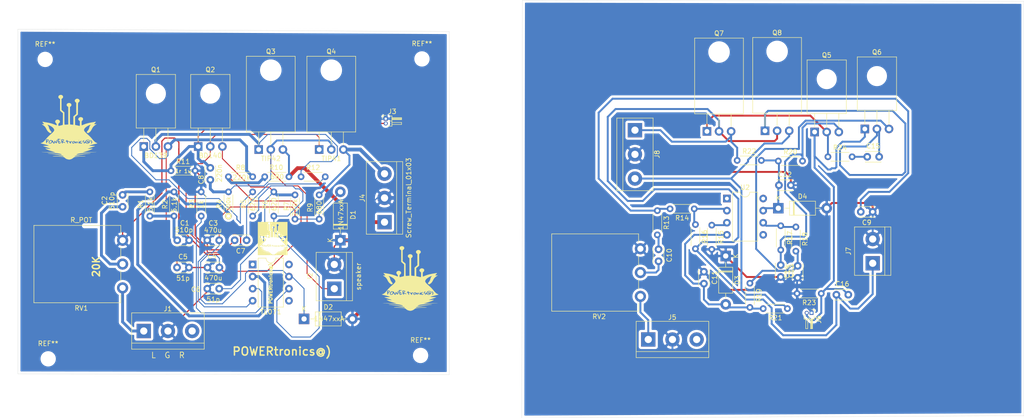
<source format=kicad_pcb>
(kicad_pcb (version 20171130) (host pcbnew "(5.1.6)-1")
  (layers (0 F.Cu signal) (31 B.Cu signal) (34 B.Paste user) (35 F.Paste user) (36 B.SilkS user) (37 F.SilkS user) (38 B.Mask user) (39 F.Mask user) (44 Edge.Cuts user))
  (net 0 "")
  (net 1 "Net-(C1-Pad2)")
  (net 2 GND)
  (net 3 "Net-(C2-Pad1)")
  (net 4 "Net-(C3-Pad2)")
  (net 5 "Net-(C4-Pad1)")
  (net 6 "Net-(C5-Pad1)")
  (net 7 "Net-(C6-Pad2)")
  (net 8 "Net-(C7-Pad2)")
  (net 9 "Net-(C7-Pad1)")
  (net 10 "Net-(C8-Pad2)")
  (net 11 "Net-(C8-Pad1)")
  (net 12 "Net-(J1-Pad3)")
  (net 13 "Net-(J1-Pad1)")
  (net 14 VEE)
  (net 15 VCC)
  (net 16 "Net-(Q1-Pad2)")
  (net 17 "Net-(R2-Pad1)")
  (net 18 "Net-(R3-Pad1)")
  (net 19 "Net-(R5-Pad1)")
  (net 20 "Net-(U1-Pad8)")
  (net 21 "Net-(U1-Pad5)")
  (net 22 "Net-(U1-Pad1)")
  (net 23 "Net-(C2-Pad2)")
  (net 24 "Net-(C9-Pad2)")
  (net 25 "Net-(C10-Pad1)")
  (net 26 "Net-(C10-Pad2)")
  (net 27 "Net-(C11-Pad2)")
  (net 28 "Net-(C12-Pad1)")
  (net 29 "Net-(C13-Pad1)")
  (net 30 "Net-(C14-Pad2)")
  (net 31 "Net-(C15-Pad2)")
  (net 32 "Net-(C15-Pad1)")
  (net 33 "Net-(C16-Pad1)")
  (net 34 "Net-(C16-Pad2)")
  (net 35 "Net-(J5-Pad1)")
  (net 36 "Net-(J5-Pad3)")
  (net 37 "Net-(Q5-Pad2)")
  (net 38 "Net-(R14-Pad1)")
  (net 39 "Net-(R15-Pad1)")
  (net 40 "Net-(R17-Pad1)")
  (net 41 "Net-(U2-Pad1)")
  (net 42 "Net-(U2-Pad5)")
  (net 43 "Net-(U2-Pad8)")
  (module "LOGI:LOGO PT" (layer F.Cu) (at 32.004 51.435)
    (fp_text reference G*** hide)
    (fp_text value LOGO hide)
  )
  (module LOGI:LOGO1 (layer F.Cu) (at 75.057 74.803)
    (fp_text reference G*** hide)
    (fp_text value LOGO hide)
  )
  (module MountingHole:MountingHole_2.2mm_M2 (layer F.Cu) (at 27.94 100.076)
    (fp_text reference REF** (at 0 -3.2) (layer F.SilkS))
    (fp_text value MountingHole_2.2mm_M2)
    (pad 1 np_thru_hole circle (at 0 0) (size 2.2 2.2) (drill 2.2) (layers *.Cu *.Mask))
  )
  (module MountingHole:MountingHole_2.2mm_M2 (layer F.Cu) (at 106.1212 99.3648)
    (fp_text reference REF** (at 0 -3.2) (layer F.SilkS))
    (fp_text value MountingHole_2.2mm_M2)
    (pad 1 np_thru_hole circle (at 0 0) (size 2.2 2.2) (drill 2.2) (layers *.Cu *.Mask))
  )
  (module MountingHole:MountingHole_2.2mm_M2 (layer F.Cu) (at 106.4133 37.1094)
    (fp_text reference REF** (at 0 -3.2) (layer F.SilkS))
    (fp_text value MountingHole_2.2mm_M2)
    (pad 1 np_thru_hole circle (at 0 0) (size 2.2 2.2) (drill 2.2) (layers *.Cu *.Mask))
  )
  (module MountingHole:MountingHole_2.2mm_M2 (layer F.Cu) (at 27.305 37.211)
    (fp_text reference REF** (at 0 -3.2) (layer F.SilkS))
    (fp_text value MountingHole_2.2mm_M2)
    (pad 1 np_thru_hole circle (at 0 0) (size 2.2 2.2) (drill 2.2) (layers *.Cu *.Mask))
  )
  (module "LOGI:LOGO PT" (layer F.Cu) (at 103.632 83.185)
    (fp_text reference G*** hide)
    (fp_text value LOGO hide)
  )
  (module TerminalBlock:TerminalBlock_bornier-3_P5.08mm (layer F.Cu) (at 48.006 94.234)
    (fp_text reference J1 (at 5.05 -4.65) (layer F.SilkS))
    (fp_text value "L  G  R" (at 5.08 5.08) (layer F.SilkS) (effects (font (size 1.2 1.2))))
    (pad 3 thru_hole circle (at 10.16 0) (size 3 3) (drill 1.52) (layers *.Cu *.Mask) (net 12 "Net-(J1-Pad3)"))
    (pad 2 thru_hole circle (at 5.08 0) (size 3 3) (drill 1.52) (layers *.Cu *.Mask) (net 2 GND))
    (pad 1 thru_hole rect (at 0 0) (size 3 3) (drill 1.52) (layers *.Cu *.Mask) (net 13 "Net-(J1-Pad1)"))
  )
  (module Resistor_THT:R_Axial_DIN0204_L3.6mm_D1.6mm_P5.08mm_Horizontal (layer F.Cu) (at 81.026 61.849)
    (fp_text reference R12 (at 2.54 -1.92) (layer F.SilkS))
    (fp_text value 1k)
    (pad 2 thru_hole oval (at 5.08 0) (size 1.4 1.4) (drill 0.7) (layers *.Cu *.Mask) (net 9 "Net-(C7-Pad1)"))
    (pad 1 thru_hole circle (at 0 0) (size 1.4 1.4) (drill 0.7) (layers *.Cu *.Mask) (net 16 "Net-(Q1-Pad2)"))
  )
  (module Package_DIP:DIP-8_W7.62mm (layer F.Cu) (at 70.866 80.264)
    (fp_text reference U1)
    (fp_text value TL071 (at 3.81 9.95) (layer F.SilkS))
    (pad 8 thru_hole oval (at 7.62 0) (size 1.6 1.6) (drill 0.8) (layers *.Cu *.Mask) (net 20 "Net-(U1-Pad8)"))
    (pad 4 thru_hole oval (at 0 7.62) (size 1.6 1.6) (drill 0.8) (layers *.Cu *.Mask) (net 4 "Net-(C3-Pad2)"))
    (pad 7 thru_hole oval (at 7.62 2.54) (size 1.6 1.6) (drill 0.8) (layers *.Cu *.Mask) (net 5 "Net-(C4-Pad1)"))
    (pad 3 thru_hole oval (at 0 5.08) (size 1.6 1.6) (drill 0.8) (layers *.Cu *.Mask) (net 18 "Net-(R3-Pad1)"))
    (pad 6 thru_hole oval (at 7.62 5.08) (size 1.6 1.6) (drill 0.8) (layers *.Cu *.Mask) (net 19 "Net-(R5-Pad1)"))
    (pad 2 thru_hole oval (at 0 2.54) (size 1.6 1.6) (drill 0.8) (layers *.Cu *.Mask) (net 17 "Net-(R2-Pad1)"))
    (pad 5 thru_hole oval (at 7.62 7.62) (size 1.6 1.6) (drill 0.8) (layers *.Cu *.Mask) (net 21 "Net-(U1-Pad5)"))
    (pad 1 thru_hole rect (at 0 0) (size 1.6 1.6) (drill 0.8) (layers *.Cu *.Mask) (net 22 "Net-(U1-Pad1)"))
  )
  (module Potentiometer_THT:Potentiometer_Piher_PC-16_Single_Vertical (layer F.Cu) (at 43.561 75.184 180)
    (fp_text reference RV1 (at 8.665 -14.25) (layer F.SilkS))
    (fp_text value R_POT (at 8.665 4.25) (layer F.SilkS))
    (pad 1 thru_hole circle (at 0 0 180) (size 2.34 2.34) (drill 1.3) (layers *.Cu *.Mask) (net 2 GND))
    (pad 2 thru_hole circle (at 0 -5 180) (size 2.34 2.34) (drill 1.3) (layers *.Cu *.Mask) (net 23 "Net-(C2-Pad2)"))
    (pad 3 thru_hole circle (at 0 -10 180) (size 2.34 2.34) (drill 1.3) (layers *.Cu *.Mask) (net 13 "Net-(J1-Pad1)"))
  )
  (module Resistor_THT:R_Axial_DIN0204_L3.6mm_D1.6mm_P5.08mm_Horizontal (layer F.Cu) (at 53.721 60.579)
    (fp_text reference R11 (at 2.54 -1.92) (layer F.SilkS))
    (fp_text value "1r 1w" (at 2.6289 0.1016) (layer F.SilkS) (effects (font (size 0.8 0.8))))
    (pad 2 thru_hole oval (at 5.08 0) (size 1.4 1.4) (drill 0.7) (layers *.Cu *.Mask) (net 2 GND))
    (pad 1 thru_hole circle (at 0 0) (size 1.4 1.4) (drill 0.7) (layers *.Cu *.Mask) (net 10 "Net-(C8-Pad2)"))
  )
  (module Resistor_THT:R_Axial_DIN0204_L3.6mm_D1.6mm_P5.08mm_Horizontal (layer F.Cu) (at 78.486 61.849 180)
    (fp_text reference R10 (at 2.667 1.9431) (layer F.SilkS))
    (fp_text value 680 (at 2.4765 0.0127) (layer F.SilkS))
    (pad 2 thru_hole oval (at 5.08 0 180) (size 1.4 1.4) (drill 0.7) (layers *.Cu *.Mask) (net 5 "Net-(C4-Pad1)"))
    (pad 1 thru_hole circle (at 0 0 180) (size 1.4 1.4) (drill 0.7) (layers *.Cu *.Mask) (net 15 VCC))
  )
  (module Resistor_THT:R_Axial_DIN0204_L3.6mm_D1.6mm_P5.08mm_Horizontal (layer F.Cu) (at 84.836 65.659 270)
    (fp_text reference R9 (at 2.667 1.905 90) (layer F.SilkS))
    (fp_text value 680 (at 2.667 0 90) (layer F.SilkS))
    (pad 2 thru_hole oval (at 5.08 0 270) (size 1.4 1.4) (drill 0.7) (layers *.Cu *.Mask) (net 4 "Net-(C3-Pad2)"))
    (pad 1 thru_hole circle (at 0 0 270) (size 1.4 1.4) (drill 0.7) (layers *.Cu *.Mask) (net 14 VEE))
  )
  (module Resistor_THT:R_Axial_DIN0204_L3.6mm_D1.6mm_P5.08mm_Horizontal (layer F.Cu) (at 65.786 61.849)
    (fp_text reference R8 (at 2.54 -1.92) (layer F.SilkS))
    (fp_text value 220k (at 2.7051 0.1397) (layer F.SilkS))
    (pad 2 thru_hole oval (at 5.08 0) (size 1.4 1.4) (drill 0.7) (layers *.Cu *.Mask) (net 6 "Net-(C5-Pad1)"))
    (pad 1 thru_hole circle (at 0 0) (size 1.4 1.4) (drill 0.7) (layers *.Cu *.Mask) (net 5 "Net-(C4-Pad1)"))
  )
  (module Resistor_THT:R_Axial_DIN0204_L3.6mm_D1.6mm_P5.08mm_Horizontal (layer F.Cu) (at 79.756 65.659 270)
    (fp_text reference R7 (at 2.3876 1.7653 90) (layer F.SilkS))
    (fp_text value 220k (at 2.667 0 90) (layer F.SilkS))
    (pad 2 thru_hole oval (at 5.08 0 270) (size 1.4 1.4) (drill 0.7) (layers *.Cu *.Mask) (net 4 "Net-(C3-Pad2)"))
    (pad 1 thru_hole circle (at 0 0 270) (size 1.4 1.4) (drill 0.7) (layers *.Cu *.Mask) (net 7 "Net-(C6-Pad2)"))
  )
  (module Resistor_THT:R_Axial_DIN0204_L3.6mm_D1.6mm_P5.08mm_Horizontal (layer F.Cu) (at 75.311 70.104 90)
    (fp_text reference R6 (at 2.4003 -1.8161 90) (layer F.SilkS))
    (fp_text value 620 (at 2.4892 0.0508 90) (layer F.SilkS))
    (pad 2 thru_hole oval (at 5.08 0 90) (size 1.4 1.4) (drill 0.7) (layers *.Cu *.Mask) (net 7 "Net-(C6-Pad2)"))
    (pad 1 thru_hole circle (at 0 0 90) (size 1.4 1.4) (drill 0.7) (layers *.Cu *.Mask) (net 19 "Net-(R5-Pad1)"))
  )
  (module Resistor_THT:R_Axial_DIN0204_L3.6mm_D1.6mm_P5.08mm_Horizontal (layer F.Cu) (at 70.866 70.104 90)
    (fp_text reference R5 (at 2.54 -1.92 90) (layer F.SilkS))
    (fp_text value 620 (at 2.4638 0.0127 90) (layer F.SilkS))
    (pad 2 thru_hole oval (at 5.08 0 90) (size 1.4 1.4) (drill 0.7) (layers *.Cu *.Mask) (net 6 "Net-(C5-Pad1)"))
    (pad 1 thru_hole circle (at 0 0 90) (size 1.4 1.4) (drill 0.7) (layers *.Cu *.Mask) (net 19 "Net-(R5-Pad1)"))
  )
  (module Resistor_THT:R_Axial_DIN0204_L3.6mm_D1.6mm_P5.08mm_Horizontal (layer F.Cu) (at 65.786 70.104 90)
    (fp_text reference R4 (at 2.54 -1.92 90) (layer F.SilkS))
    (fp_text value 200k (at 2.5781 0.0127 90) (layer F.SilkS) (effects (font (size 0.8 0.8))))
    (pad 2 thru_hole oval (at 5.08 0 90) (size 1.4 1.4) (drill 0.7) (layers *.Cu *.Mask) (net 11 "Net-(C8-Pad1)"))
    (pad 1 thru_hole circle (at 0 0 90) (size 1.4 1.4) (drill 0.7) (layers *.Cu *.Mask F.SilkS) (net 17 "Net-(R2-Pad1)"))
  )
  (module Resistor_THT:R_Axial_DIN0204_L3.6mm_D1.6mm_P5.08mm_Horizontal (layer F.Cu) (at 60.071 70.104 90)
    (fp_text reference R3 (at 2.54 -1.92 90) (layer F.SilkS))
    (fp_text value 1k (at 2.4257 -0.0254 90) (layer F.SilkS))
    (pad 2 thru_hole oval (at 5.08 0 90) (size 1.4 1.4) (drill 0.7) (layers *.Cu *.Mask) (net 2 GND))
    (pad 1 thru_hole circle (at 0 0 90) (size 1.4 1.4) (drill 0.7) (layers *.Cu *.Mask) (net 18 "Net-(R3-Pad1)"))
  )
  (module Resistor_THT:R_Axial_DIN0204_L3.6mm_D1.6mm_P5.08mm_Horizontal (layer F.Cu) (at 54.356 65.024 270)
    (fp_text reference R2 (at 2.6416 1.8923 90) (layer F.SilkS))
    (fp_text value 5.1k (at 2.7432 -0.0381 90) (layer F.SilkS))
    (pad 2 thru_hole oval (at 5.08 0 270) (size 1.4 1.4) (drill 0.7) (layers *.Cu *.Mask) (net 1 "Net-(C1-Pad2)"))
    (pad 1 thru_hole circle (at 0 0 270) (size 1.4 1.4) (drill 0.7) (layers *.Cu *.Mask) (net 17 "Net-(R2-Pad1)"))
  )
  (module Resistor_THT:R_Axial_DIN0204_L3.6mm_D1.6mm_P5.08mm_Horizontal (layer F.Cu) (at 49.276 70.104 90)
    (fp_text reference R1 (at 2.54 -1.92 90) (layer F.SilkS))
    (fp_text value 5.1k (at 2.4511 0.1016 90) (layer F.SilkS))
    (pad 2 thru_hole oval (at 5.08 0 90) (size 1.4 1.4) (drill 0.7) (layers *.Cu *.Mask) (net 3 "Net-(C2-Pad1)"))
    (pad 1 thru_hole circle (at 0 0 90) (size 1.4 1.4) (drill 0.7) (layers *.Cu *.Mask) (net 1 "Net-(C1-Pad2)"))
  )
  (module TO_SOT_Packages_THT:TO-220-3_Horizontal (layer F.Cu) (at 84.836 56.134)
    (fp_text reference Q4 (at 2.54 -20.58) (layer F.SilkS))
    (fp_text value TIP41 (at 2.54 1.9) (layer F.SilkS))
    (pad 0 np_thru_hole oval (at 2.54 -16.66) (size 3.5 3.5) (drill 3.5) (layers *.Cu *.Mask))
    (pad 1 thru_hole rect (at 0 0) (size 1.8 1.8) (drill 1) (layers *.Cu *.Mask) (net 8 "Net-(C7-Pad2)"))
    (pad 2 thru_hole oval (at 2.54 0) (size 1.8 1.8) (drill 1) (layers *.Cu *.Mask) (net 11 "Net-(C8-Pad1)"))
    (pad 3 thru_hole oval (at 5.08 0) (size 1.8 1.8) (drill 1) (layers *.Cu *.Mask) (net 14 VEE))
  )
  (module TO_SOT_Packages_THT:TO-220-3_Horizontal (layer F.Cu) (at 72.136 56.134)
    (fp_text reference Q3 (at 2.54 -20.58) (layer F.SilkS))
    (fp_text value TIP42 (at 2.54 1.9) (layer F.SilkS))
    (pad 0 np_thru_hole oval (at 2.54 -16.66) (size 3.5 3.5) (drill 3.5) (layers *.Cu *.Mask))
    (pad 1 thru_hole rect (at 0 0) (size 1.8 1.8) (drill 1) (layers *.Cu *.Mask) (net 16 "Net-(Q1-Pad2)"))
    (pad 2 thru_hole oval (at 2.54 0) (size 1.8 1.8) (drill 1) (layers *.Cu *.Mask) (net 11 "Net-(C8-Pad1)"))
    (pad 3 thru_hole oval (at 5.08 0) (size 1.8 1.8) (drill 1) (layers *.Cu *.Mask) (net 15 VCC))
  )
  (module TO_SOT_Packages_THT:TO-126_Horizontal (layer F.Cu) (at 59.436 55.499)
    (fp_text reference Q2 (at 2.54 -16.12) (layer F.SilkS))
    (fp_text value BD140 (at 2.54 1.9) (layer F.SilkS))
    (pad 0 np_thru_hole oval (at 2.54 -11.1) (size 3.2 3.2) (drill 3.2) (layers *.Cu *.Mask))
    (pad 1 thru_hole rect (at 0 0) (size 1.8 1.8) (drill 1) (layers *.Cu *.Mask) (net 10 "Net-(C8-Pad2)"))
    (pad 2 thru_hole oval (at 2.54 0) (size 1.8 1.8) (drill 1) (layers *.Cu *.Mask) (net 8 "Net-(C7-Pad2)"))
    (pad 3 thru_hole oval (at 5.08 0) (size 1.8 1.8) (drill 1) (layers *.Cu *.Mask) (net 7 "Net-(C6-Pad2)"))
  )
  (module TO_SOT_Packages_THT:TO-126_Horizontal (layer F.Cu) (at 48.006 55.499)
    (fp_text reference Q1 (at 2.54 -16.12) (layer F.SilkS))
    (fp_text value BD139 (at 2.54 1.9) (layer F.SilkS))
    (pad 0 np_thru_hole oval (at 2.54 -11.1) (size 3.2 3.2) (drill 3.2) (layers *.Cu *.Mask))
    (pad 1 thru_hole rect (at 0 0) (size 1.8 1.8) (drill 1) (layers *.Cu *.Mask) (net 10 "Net-(C8-Pad2)"))
    (pad 2 thru_hole oval (at 2.54 0) (size 1.8 1.8) (drill 1) (layers *.Cu *.Mask) (net 16 "Net-(Q1-Pad2)"))
    (pad 3 thru_hole oval (at 5.08 0) (size 1.8 1.8) (drill 1) (layers *.Cu *.Mask) (net 6 "Net-(C5-Pad1)"))
  )
  (module TerminalBlock:TerminalBlock_bornier-2_P5.08mm (layer F.Cu) (at 88.011 85.344 90)
    (fp_text reference J2 (at 2.54 -5.08 90) (layer F.SilkS))
    (fp_text value speaker (at 2.54 5.08 90) (layer F.SilkS))
    (pad 2 thru_hole circle (at 5.08 0 90) (size 3 3) (drill 1.52) (layers *.Cu *.Mask) (net 2 GND))
    (pad 1 thru_hole rect (at 0 0 90) (size 3 3) (drill 1.52) (layers *.Cu *.Mask) (net 11 "Net-(C8-Pad1)"))
  )
  (module Diode_THT:D_DO-41_SOD81_P10.16mm_Horizontal (layer F.Cu) (at 81.661 91.694)
    (fp_text reference D2 (at 5.08 -2.47) (layer F.SilkS))
    (fp_text value 1N47xxA (at 5.2324 -0.0381) (layer F.SilkS))
    (fp_text user K (at 0 -2.1) (layer F.SilkS))
    (pad 2 thru_hole oval (at 10.16 0) (size 2.2 2.2) (drill 1.1) (layers *.Cu *.Mask) (net 2 GND))
    (pad 1 thru_hole rect (at 0 0) (size 2.2 2.2) (drill 1.1) (layers *.Cu *.Mask) (net 5 "Net-(C4-Pad1)"))
  )
  (module Diode_THT:D_DO-41_SOD81_P10.16mm_Horizontal (layer F.Cu) (at 89.281 75.184 90)
    (fp_text reference D1 (at 5.334 2.667 90) (layer F.SilkS))
    (fp_text value 1N47xxA (at 5.334 0.127 90) (layer F.SilkS))
    (fp_text user K (at 0 -2.1 90) (layer F.SilkS))
    (pad 2 thru_hole oval (at 10.16 0 90) (size 2.2 2.2) (drill 1.1) (layers *.Cu *.Mask) (net 4 "Net-(C3-Pad2)"))
    (pad 1 thru_hole rect (at 0 0 90) (size 2.2 2.2) (drill 1.1) (layers *.Cu *.Mask) (net 2 GND))
  )
  (module Capacitor_THT:C_Disc_D3.0mm_W2.0mm_P2.50mm (layer F.Cu) (at 61.976 62.484 90)
    (fp_text reference C8 (at 0.0254 -1.9177 90) (layer F.SilkS))
    (fp_text value 220n (at 1.3843 1.9304 90) (layer F.SilkS))
    (pad 2 thru_hole circle (at 2.5 0 90) (size 1.6 1.6) (drill 0.8) (layers *.Cu *.Mask) (net 10 "Net-(C8-Pad2)"))
    (pad 1 thru_hole circle (at 0 0 90) (size 1.6 1.6) (drill 0.8) (layers *.Cu *.Mask) (net 11 "Net-(C8-Pad1)"))
  )
  (module Capacitor_THT:C_Disc_D3.0mm_W2.0mm_P2.50mm (layer F.Cu) (at 69.596 75.184 180)
    (fp_text reference C7 (at 1.25 -2.25) (layer F.SilkS))
    (fp_text value 100n)
    (pad 2 thru_hole circle (at 2.5 0 180) (size 1.6 1.6) (drill 0.8) (layers *.Cu *.Mask) (net 8 "Net-(C7-Pad2)"))
    (pad 1 thru_hole circle (at 0 0 180) (size 1.6 1.6) (drill 0.8) (layers *.Cu *.Mask) (net 9 "Net-(C7-Pad1)"))
  )
  (module Capacitor_THT:C_Disc_D3.0mm_W2.0mm_P2.50mm (layer F.Cu) (at 61.341 85.344)
    (fp_text reference C6 (at -2.413 0.1524) (layer F.SilkS))
    (fp_text value 51p (at 1.25 2.25) (layer F.SilkS))
    (pad 2 thru_hole circle (at 2.5 0) (size 1.6 1.6) (drill 0.8) (layers *.Cu *.Mask) (net 7 "Net-(C6-Pad2)"))
    (pad 1 thru_hole circle (at 0 0) (size 1.6 1.6) (drill 0.8) (layers *.Cu *.Mask) (net 2 GND))
  )
  (module Capacitor_THT:C_Disc_D3.0mm_W2.0mm_P2.50mm (layer F.Cu) (at 54.991 80.899)
    (fp_text reference C5 (at 1.25 -2.25) (layer F.SilkS))
    (fp_text value 51p (at 1.25 2.25) (layer F.SilkS))
    (pad 2 thru_hole circle (at 2.5 0) (size 1.6 1.6) (drill 0.8) (layers *.Cu *.Mask) (net 2 GND))
    (pad 1 thru_hole circle (at 0 0) (size 1.6 1.6) (drill 0.8) (layers *.Cu *.Mask) (net 6 "Net-(C5-Pad1)"))
  )
  (module Capacitor_THT:C_Disc_D3.0mm_W2.0mm_P2.50mm (layer F.Cu) (at 63.881 80.899 180)
    (fp_text reference C4 (at 1.5494 2.4003) (layer F.SilkS))
    (fp_text value 470u (at 1.2573 -2.2098) (layer F.SilkS))
    (pad 2 thru_hole circle (at 2.5 0 180) (size 1.6 1.6) (drill 0.8) (layers *.Cu *.Mask) (net 2 GND))
    (pad 1 thru_hole circle (at 0 0 180) (size 1.6 1.6) (drill 0.8) (layers *.Cu *.Mask) (net 5 "Net-(C4-Pad1)"))
  )
  (module Capacitor_THT:C_Disc_D3.0mm_W2.0mm_P2.50mm (layer F.Cu) (at 61.341 75.184)
    (fp_text reference C3 (at 1.25 -3.5814) (layer F.SilkS))
    (fp_text value 470u (at 1.1811 -2.1209) (layer F.SilkS))
    (pad 2 thru_hole circle (at 2.5 0) (size 1.6 1.6) (drill 0.8) (layers *.Cu *.Mask) (net 4 "Net-(C3-Pad2)"))
    (pad 1 thru_hole circle (at 0 0) (size 1.6 1.6) (drill 0.8) (layers *.Cu *.Mask) (net 2 GND))
  )
  (module Capacitor_THT:C_Disc_D3.0mm_W2.0mm_P2.50mm (layer F.Cu) (at 43.561 65.659 270)
    (fp_text reference C2 (at 1.1938 3.7719 90) (layer F.SilkS))
    (fp_text value 510p (at 1.25 2.25 90) (layer F.SilkS))
    (pad 2 thru_hole circle (at 2.5 0 270) (size 1.6 1.6) (drill 0.8) (layers *.Cu *.Mask) (net 23 "Net-(C2-Pad2)"))
    (pad 1 thru_hole circle (at 0 0 270) (size 1.6 1.6) (drill 0.8) (layers *.Cu *.Mask) (net 3 "Net-(C2-Pad1)"))
  )
  (module Capacitor_THT:C_Disc_D3.0mm_W2.0mm_P2.50mm (layer F.Cu) (at 57.531 75.184 180)
    (fp_text reference C1 (at 0.9144 3.6068) (layer F.SilkS))
    (fp_text value 510p (at 1.0795 2.1844) (layer F.SilkS))
    (pad 2 thru_hole circle (at 2.5 0 180) (size 1.6 1.6) (drill 0.8) (layers *.Cu *.Mask) (net 1 "Net-(C1-Pad2)"))
    (pad 1 thru_hole circle (at 0 0 180) (size 1.6 1.6) (drill 0.8) (layers *.Cu *.Mask) (net 2 GND))
  )
  (module TerminalBlock:TerminalBlock_bornier-3_P5.08mm (layer F.Cu) (at 98.552 71.374 90)
    (fp_text reference J4 (at 5.05 -4.65 90) (layer F.SilkS))
    (fp_text value Screw_Terminal_01x03 (at 5.08 5.08 90) (layer F.SilkS))
    (pad 1 thru_hole rect (at 0 0 90) (size 3 3) (drill 1.52) (layers *.Cu *.Mask) (net 15 VCC))
    (pad 2 thru_hole circle (at 5.08 0 90) (size 3 3) (drill 1.52) (layers *.Cu *.Mask) (net 2 GND))
    (pad 3 thru_hole circle (at 10.16 0 90) (size 3 3) (drill 1.52) (layers *.Cu *.Mask) (net 14 VEE))
  )
  (module Connector_PinHeader_1.00mm:PinHeader_1x02_P1.00mm_Horizontal (layer F.Cu) (at 98.806 49.657)
    (fp_text reference J3 (at 1.375 -1.5) (layer F.SilkS))
    (fp_text value jumper)
    (pad 1 thru_hole rect (at 0 0) (size 0.85 0.85) (drill 0.5) (layers *.Cu *.Mask) (net 2 GND))
    (pad 2 thru_hole oval (at 0 1) (size 0.85 0.85) (drill 0.5) (layers *.Cu *.Mask) (net 10 "Net-(C8-Pad2)"))
  )
  (module Capacitor_THT:C_Disc_D3.0mm_W2.0mm_P2.50mm (layer F.Cu) (at 201.041 69.215 180)
    (fp_text reference C9 (at 1.25 -2.25) (layer F.SilkS))
    (fp_text value 510p)
    (pad 2 thru_hole circle (at 2.5 0 180) (size 1.6 1.6) (drill 0.8) (layers *.Cu *.Mask) (net 24 "Net-(C9-Pad2)"))
    (pad 1 thru_hole circle (at 0 0 180) (size 1.6 1.6) (drill 0.8) (layers *.Cu *.Mask) (net 2 GND))
  )
  (module Capacitor_THT:C_Disc_D3.0mm_W2.0mm_P2.50mm (layer F.Cu) (at 156.083 77.089 270)
    (fp_text reference C10 (at 1.25 -2.25 90) (layer F.SilkS))
    (fp_text value 510p)
    (pad 1 thru_hole circle (at 0 0 270) (size 1.6 1.6) (drill 0.8) (layers *.Cu *.Mask) (net 25 "Net-(C10-Pad1)"))
    (pad 2 thru_hole circle (at 2.5 0 270) (size 1.6 1.6) (drill 0.8) (layers *.Cu *.Mask) (net 26 "Net-(C10-Pad2)"))
  )
  (module Capacitor_THT:C_Disc_D3.0mm_W2.0mm_P2.50mm (layer F.Cu) (at 165.608 81.788 270)
    (fp_text reference C11 (at 1.25 -2.25 90) (layer F.SilkS))
    (fp_text value 470u)
    (pad 1 thru_hole circle (at 0 0 270) (size 1.6 1.6) (drill 0.8) (layers *.Cu *.Mask) (net 2 GND))
    (pad 2 thru_hole circle (at 2.5 0 270) (size 1.6 1.6) (drill 0.8) (layers *.Cu *.Mask) (net 27 "Net-(C11-Pad2)"))
  )
  (module Capacitor_THT:C_Disc_D3.0mm_W2.0mm_P2.50mm (layer F.Cu) (at 181.356 63.627)
    (fp_text reference C12 (at 1.25 -2.25) (layer F.SilkS))
    (fp_text value 470u)
    (pad 2 thru_hole circle (at 2.5 0) (size 1.6 1.6) (drill 0.8) (layers *.Cu *.Mask) (net 2 GND))
    (pad 1 thru_hole circle (at 0 0) (size 1.6 1.6) (drill 0.8) (layers *.Cu *.Mask) (net 28 "Net-(C12-Pad1)"))
  )
  (module Capacitor_THT:C_Disc_D3.0mm_W2.0mm_P2.50mm (layer F.Cu) (at 181.737 80.391 270)
    (fp_text reference C13 (at 1.25 -2.25 90) (layer F.SilkS))
    (fp_text value 51p)
    (pad 1 thru_hole circle (at 0 0 270) (size 1.6 1.6) (drill 0.8) (layers *.Cu *.Mask) (net 29 "Net-(C13-Pad1)"))
    (pad 2 thru_hole circle (at 2.5 0 270) (size 1.6 1.6) (drill 0.8) (layers *.Cu *.Mask) (net 2 GND))
  )
  (module Capacitor_THT:C_Disc_D3.0mm_W2.0mm_P2.50mm (layer F.Cu) (at 185.293 83.058 90)
    (fp_text reference C14 (at 1.25 -2.25 90) (layer F.SilkS))
    (fp_text value 51p)
    (pad 2 thru_hole circle (at 2.5 0 90) (size 1.6 1.6) (drill 0.8) (layers *.Cu *.Mask) (net 30 "Net-(C14-Pad2)"))
    (pad 1 thru_hole circle (at 0 0 90) (size 1.6 1.6) (drill 0.8) (layers *.Cu *.Mask) (net 2 GND))
  )
  (module Capacitor_THT:C_Disc_D3.0mm_W2.0mm_P2.50mm (layer F.Cu) (at 199.898 57.658)
    (fp_text reference C15 (at 1.25 -2.25) (layer F.SilkS))
    (fp_text value 100n)
    (pad 2 thru_hole circle (at 2.5 0) (size 1.6 1.6) (drill 0.8) (layers *.Cu *.Mask) (net 31 "Net-(C15-Pad2)"))
    (pad 1 thru_hole circle (at 0 0) (size 1.6 1.6) (drill 0.8) (layers *.Cu *.Mask) (net 32 "Net-(C15-Pad1)"))
  )
  (module Capacitor_THT:C_Disc_D3.0mm_W2.0mm_P2.50mm (layer F.Cu) (at 193.421 86.614)
    (fp_text reference C16 (at 1.25 -2.25) (layer F.SilkS))
    (fp_text value 220n)
    (pad 1 thru_hole circle (at 0 0) (size 1.6 1.6) (drill 0.8) (layers *.Cu *.Mask) (net 33 "Net-(C16-Pad1)"))
    (pad 2 thru_hole circle (at 2.5 0) (size 1.6 1.6) (drill 0.8) (layers *.Cu *.Mask) (net 34 "Net-(C16-Pad2)"))
  )
  (module Diode_THT:D_DO-41_SOD81_P10.16mm_Horizontal (layer F.Cu) (at 170.18 78.486 270)
    (fp_text reference D3 (at 5.08 -2.47 90) (layer F.SilkS))
    (fp_text value 1N47xxA)
    (fp_text user K (at 0 -2.1 90) (layer F.SilkS))
    (pad 1 thru_hole rect (at 0 0 270) (size 2.2 2.2) (drill 1.1) (layers *.Cu *.Mask) (net 2 GND))
    (pad 2 thru_hole oval (at 10.16 0 270) (size 2.2 2.2) (drill 1.1) (layers *.Cu *.Mask) (net 27 "Net-(C11-Pad2)"))
  )
  (module Diode_THT:D_DO-41_SOD81_P10.16mm_Horizontal (layer F.Cu) (at 181.229 68.453)
    (fp_text reference D4 (at 5.08 -2.47) (layer F.SilkS))
    (fp_text value 1N47xxA)
    (fp_text user K (at 0 -2.1) (layer F.SilkS))
    (pad 2 thru_hole oval (at 10.16 0) (size 2.2 2.2) (drill 1.1) (layers *.Cu *.Mask) (net 2 GND))
    (pad 1 thru_hole rect (at 0 0) (size 2.2 2.2) (drill 1.1) (layers *.Cu *.Mask) (net 28 "Net-(C12-Pad1)"))
  )
  (module TerminalBlock:TerminalBlock_bornier-3_P5.08mm (layer F.Cu) (at 153.924 96.012)
    (fp_text reference J5 (at 5.05 -4.65) (layer F.SilkS))
    (fp_text value "L  G  R")
    (pad 1 thru_hole rect (at 0 0) (size 3 3) (drill 1.52) (layers *.Cu *.Mask) (net 35 "Net-(J5-Pad1)"))
    (pad 2 thru_hole circle (at 5.08 0) (size 3 3) (drill 1.52) (layers *.Cu *.Mask) (net 2 GND))
    (pad 3 thru_hole circle (at 10.16 0) (size 3 3) (drill 1.52) (layers *.Cu *.Mask) (net 36 "Net-(J5-Pad3)"))
  )
  (module Connector_PinHeader_1.00mm:PinHeader_1x02_P1.00mm_Horizontal (layer F.Cu) (at 188.198 90.424 270)
    (fp_text reference J6 (at 1.375 -1.5 90) (layer F.SilkS))
    (fp_text value jumper)
    (pad 1 thru_hole rect (at 0 0 270) (size 0.85 0.85) (drill 0.5) (layers *.Cu *.Mask) (net 2 GND))
    (pad 2 thru_hole oval (at 0 1 270) (size 0.85 0.85) (drill 0.5) (layers *.Cu *.Mask) (net 34 "Net-(C16-Pad2)"))
  )
  (module TerminalBlock:TerminalBlock_bornier-2_P5.08mm (layer F.Cu) (at 201.041 80.01 90)
    (fp_text reference J7 (at 2.54 -5.08 90) (layer F.SilkS))
    (fp_text value speaker)
    (pad 1 thru_hole rect (at 0 0 90) (size 3 3) (drill 1.52) (layers *.Cu *.Mask) (net 33 "Net-(C16-Pad1)"))
    (pad 2 thru_hole circle (at 5.08 0 90) (size 3 3) (drill 1.52) (layers *.Cu *.Mask) (net 2 GND))
  )
  (module TerminalBlock:TerminalBlock_bornier-3_P5.08mm (layer F.Cu) (at 151.13 52.07 270)
    (fp_text reference J8 (at 5.05 -4.65 90) (layer F.SilkS))
    (fp_text value Screw_Terminal_01x03)
    (pad 3 thru_hole circle (at 10.16 0 270) (size 3 3) (drill 1.52) (layers *.Cu *.Mask) (net 14 VEE))
    (pad 2 thru_hole circle (at 5.08 0 270) (size 3 3) (drill 1.52) (layers *.Cu *.Mask) (net 2 GND))
    (pad 1 thru_hole rect (at 0 0 270) (size 3 3) (drill 1.52) (layers *.Cu *.Mask) (net 15 VCC))
  )
  (module TO_SOT_Packages_THT:TO-126_Horizontal (layer F.Cu) (at 188.849 52.451)
    (fp_text reference Q5 (at 2.54 -16.12) (layer F.SilkS))
    (fp_text value BD139)
    (pad 3 thru_hole oval (at 5.08 0) (size 1.8 1.8) (drill 1) (layers *.Cu *.Mask) (net 29 "Net-(C13-Pad1)"))
    (pad 2 thru_hole oval (at 2.54 0) (size 1.8 1.8) (drill 1) (layers *.Cu *.Mask) (net 37 "Net-(Q5-Pad2)"))
    (pad 1 thru_hole rect (at 0 0) (size 1.8 1.8) (drill 1) (layers *.Cu *.Mask) (net 34 "Net-(C16-Pad2)"))
    (pad 0 np_thru_hole oval (at 2.54 -11.1) (size 3.2 3.2) (drill 3.2) (layers *.Cu *.Mask))
  )
  (module TO_SOT_Packages_THT:TO-126_Horizontal (layer F.Cu) (at 199.39 51.816)
    (fp_text reference Q6 (at 2.54 -16.12) (layer F.SilkS))
    (fp_text value BD140)
    (pad 0 np_thru_hole oval (at 2.54 -11.1) (size 3.2 3.2) (drill 3.2) (layers *.Cu *.Mask))
    (pad 1 thru_hole rect (at 0 0) (size 1.8 1.8) (drill 1) (layers *.Cu *.Mask) (net 34 "Net-(C16-Pad2)"))
    (pad 2 thru_hole oval (at 2.54 0) (size 1.8 1.8) (drill 1) (layers *.Cu *.Mask) (net 31 "Net-(C15-Pad2)"))
    (pad 3 thru_hole oval (at 5.08 0) (size 1.8 1.8) (drill 1) (layers *.Cu *.Mask) (net 30 "Net-(C14-Pad2)"))
  )
  (module TO_SOT_Packages_THT:TO-220-3_Horizontal (layer F.Cu) (at 166.243 52.324)
    (fp_text reference Q7 (at 2.54 -20.58) (layer F.SilkS))
    (fp_text value TIP42)
    (pad 0 np_thru_hole oval (at 2.54 -16.66) (size 3.5 3.5) (drill 3.5) (layers *.Cu *.Mask))
    (pad 1 thru_hole rect (at 0 0) (size 1.8 1.8) (drill 1) (layers *.Cu *.Mask) (net 37 "Net-(Q5-Pad2)"))
    (pad 2 thru_hole oval (at 2.54 0) (size 1.8 1.8) (drill 1) (layers *.Cu *.Mask) (net 33 "Net-(C16-Pad1)"))
    (pad 3 thru_hole oval (at 5.08 0) (size 1.8 1.8) (drill 1) (layers *.Cu *.Mask) (net 15 VCC))
  )
  (module TO_SOT_Packages_THT:TO-220-3_Horizontal (layer F.Cu) (at 178.435 52.197)
    (fp_text reference Q8 (at 2.54 -20.58) (layer F.SilkS))
    (fp_text value TIP41)
    (pad 3 thru_hole oval (at 5.08 0) (size 1.8 1.8) (drill 1) (layers *.Cu *.Mask) (net 14 VEE))
    (pad 2 thru_hole oval (at 2.54 0) (size 1.8 1.8) (drill 1) (layers *.Cu *.Mask) (net 33 "Net-(C16-Pad1)"))
    (pad 1 thru_hole rect (at 0 0) (size 1.8 1.8) (drill 1) (layers *.Cu *.Mask) (net 31 "Net-(C15-Pad2)"))
    (pad 0 np_thru_hole oval (at 2.54 -16.66) (size 3.5 3.5) (drill 3.5) (layers *.Cu *.Mask))
  )
  (module Resistor_THT:R_Axial_DIN0204_L3.6mm_D1.6mm_P5.08mm_Horizontal (layer F.Cu) (at 155.829 68.961 270)
    (fp_text reference R13 (at 2.54 -1.92 90) (layer F.SilkS))
    (fp_text value 5.1k)
    (pad 2 thru_hole oval (at 5.08 0 270) (size 1.4 1.4) (drill 0.7) (layers *.Cu *.Mask) (net 25 "Net-(C10-Pad1)"))
    (pad 1 thru_hole circle (at 0 0 270) (size 1.4 1.4) (drill 0.7) (layers *.Cu *.Mask) (net 24 "Net-(C9-Pad2)"))
  )
  (module Resistor_THT:R_Axial_DIN0204_L3.6mm_D1.6mm_P5.08mm_Horizontal (layer F.Cu) (at 163.576 68.58 180)
    (fp_text reference R14 (at 2.54 -1.92) (layer F.SilkS))
    (fp_text value 5.1k)
    (pad 1 thru_hole circle (at 0 0 180) (size 1.4 1.4) (drill 0.7) (layers *.Cu *.Mask) (net 38 "Net-(R14-Pad1)"))
    (pad 2 thru_hole oval (at 5.08 0 180) (size 1.4 1.4) (drill 0.7) (layers *.Cu *.Mask) (net 24 "Net-(C9-Pad2)"))
  )
  (module Resistor_THT:R_Axial_DIN0204_L3.6mm_D1.6mm_P5.08mm_Horizontal (layer F.Cu) (at 167.259 72.009 270)
    (fp_text reference R15 (at 2.54 -1.92 90) (layer F.SilkS))
    (fp_text value 1k)
    (pad 1 thru_hole circle (at 0 0 270) (size 1.4 1.4) (drill 0.7) (layers *.Cu *.Mask) (net 39 "Net-(R15-Pad1)"))
    (pad 2 thru_hole oval (at 5.08 0 270) (size 1.4 1.4) (drill 0.7) (layers *.Cu *.Mask) (net 2 GND))
  )
  (module Resistor_THT:R_Axial_DIN0204_L3.6mm_D1.6mm_P5.08mm_Horizontal (layer F.Cu) (at 163.83 71.882 270)
    (fp_text reference R16 (at 2.54 -1.92 90) (layer F.SilkS))
    (fp_text value 200k)
    (pad 2 thru_hole oval (at 5.08 0 270) (size 1.4 1.4) (drill 0.7) (layers *.Cu *.Mask) (net 33 "Net-(C16-Pad1)"))
    (pad 1 thru_hole circle (at 0 0 270) (size 1.4 1.4) (drill 0.7) (layers *.Cu *.Mask) (net 38 "Net-(R14-Pad1)"))
  )
  (module Resistor_THT:R_Axial_DIN0204_L3.6mm_D1.6mm_P5.08mm_Horizontal (layer F.Cu) (at 181.737 72.136 270)
    (fp_text reference R17 (at 2.54 -1.92 90) (layer F.SilkS))
    (fp_text value 620)
    (pad 2 thru_hole oval (at 5.08 0 270) (size 1.4 1.4) (drill 0.7) (layers *.Cu *.Mask) (net 29 "Net-(C13-Pad1)"))
    (pad 1 thru_hole circle (at 0 0 270) (size 1.4 1.4) (drill 0.7) (layers *.Cu *.Mask) (net 40 "Net-(R17-Pad1)"))
  )
  (module Resistor_THT:R_Axial_DIN0204_L3.6mm_D1.6mm_P5.08mm_Horizontal (layer F.Cu) (at 184.912 72.39 270)
    (fp_text reference R18 (at 2.54 -1.92 90) (layer F.SilkS))
    (fp_text value 620)
    (pad 1 thru_hole circle (at 0 0 270) (size 1.4 1.4) (drill 0.7) (layers *.Cu *.Mask) (net 40 "Net-(R17-Pad1)"))
    (pad 2 thru_hole oval (at 5.08 0 270) (size 1.4 1.4) (drill 0.7) (layers *.Cu *.Mask) (net 30 "Net-(C14-Pad2)"))
  )
  (module Resistor_THT:R_Axial_DIN0204_L3.6mm_D1.6mm_P5.08mm_Horizontal (layer F.Cu) (at 175.26 84.201 270)
    (fp_text reference R19 (at 2.54 -1.92 90) (layer F.SilkS))
    (fp_text value 220k)
    (pad 1 thru_hole circle (at 0 0 270) (size 1.4 1.4) (drill 0.7) (layers *.Cu *.Mask) (net 30 "Net-(C14-Pad2)"))
    (pad 2 thru_hole oval (at 5.08 0 270) (size 1.4 1.4) (drill 0.7) (layers *.Cu *.Mask) (net 27 "Net-(C11-Pad2)"))
  )
  (module Resistor_THT:R_Axial_DIN0204_L3.6mm_D1.6mm_P5.08mm_Horizontal (layer F.Cu) (at 181.229 58.547)
    (fp_text reference R20 (at 2.54 -1.92) (layer F.SilkS))
    (fp_text value 220k)
    (pad 2 thru_hole oval (at 5.08 0) (size 1.4 1.4) (drill 0.7) (layers *.Cu *.Mask) (net 29 "Net-(C13-Pad1)"))
    (pad 1 thru_hole circle (at 0 0) (size 1.4 1.4) (drill 0.7) (layers *.Cu *.Mask) (net 28 "Net-(C12-Pad1)"))
  )
  (module Resistor_THT:R_Axial_DIN0204_L3.6mm_D1.6mm_P5.08mm_Horizontal (layer F.Cu) (at 183.134 89.535 180)
    (fp_text reference R21 (at 2.54 -1.92) (layer F.SilkS))
    (fp_text value 680)
    (pad 2 thru_hole oval (at 5.08 0 180) (size 1.4 1.4) (drill 0.7) (layers *.Cu *.Mask) (net 27 "Net-(C11-Pad2)"))
    (pad 1 thru_hole circle (at 0 0 180) (size 1.4 1.4) (drill 0.7) (layers *.Cu *.Mask) (net 14 VEE))
  )
  (module Resistor_THT:R_Axial_DIN0204_L3.6mm_D1.6mm_P5.08mm_Horizontal (layer F.Cu) (at 172.593 58.42)
    (fp_text reference R22 (at 2.54 -1.92) (layer F.SilkS))
    (fp_text value 680)
    (pad 1 thru_hole circle (at 0 0) (size 1.4 1.4) (drill 0.7) (layers *.Cu *.Mask) (net 15 VCC))
    (pad 2 thru_hole oval (at 5.08 0) (size 1.4 1.4) (drill 0.7) (layers *.Cu *.Mask) (net 28 "Net-(C12-Pad1)"))
  )
  (module Resistor_THT:R_Axial_DIN0204_L3.6mm_D1.6mm_P5.08mm_Horizontal (layer F.Cu) (at 190.246 86.36 180)
    (fp_text reference R23 (at 2.54 -1.92) (layer F.SilkS))
    (fp_text value "1r 1w")
    (pad 1 thru_hole circle (at 0 0 180) (size 1.4 1.4) (drill 0.7) (layers *.Cu *.Mask) (net 34 "Net-(C16-Pad2)"))
    (pad 2 thru_hole oval (at 5.08 0 180) (size 1.4 1.4) (drill 0.7) (layers *.Cu *.Mask) (net 2 GND))
  )
  (module Resistor_THT:R_Axial_DIN0204_L3.6mm_D1.6mm_P5.08mm_Horizontal (layer F.Cu) (at 191.643 57.658)
    (fp_text reference R24 (at 2.54 -1.92) (layer F.SilkS))
    (fp_text value 1k)
    (pad 2 thru_hole oval (at 5.08 0) (size 1.4 1.4) (drill 0.7) (layers *.Cu *.Mask) (net 32 "Net-(C15-Pad1)"))
    (pad 1 thru_hole circle (at 0 0) (size 1.4 1.4) (drill 0.7) (layers *.Cu *.Mask) (net 37 "Net-(Q5-Pad2)"))
  )
  (module Potentiometer_THT:Potentiometer_Piher_PC-16_Single_Vertical (layer F.Cu) (at 152.273 76.962 180)
    (fp_text reference RV2 (at 8.665 -14.25) (layer F.SilkS))
    (fp_text value R_POT)
    (pad 3 thru_hole circle (at 0 -10 180) (size 2.34 2.34) (drill 1.3) (layers *.Cu *.Mask) (net 35 "Net-(J5-Pad1)"))
    (pad 2 thru_hole circle (at 0 -5 180) (size 2.34 2.34) (drill 1.3) (layers *.Cu *.Mask) (net 26 "Net-(C10-Pad2)"))
    (pad 1 thru_hole circle (at 0 0 180) (size 2.34 2.34) (drill 1.3) (layers *.Cu *.Mask) (net 2 GND))
  )
  (module Package_DIP:DIP-8_W7.62mm (layer F.Cu) (at 170.434 66.421)
    (fp_text reference U2 (at 3.81 -2.33) (layer F.SilkS))
    (fp_text value TL071)
    (pad 1 thru_hole rect (at 0 0) (size 1.6 1.6) (drill 0.8) (layers *.Cu *.Mask) (net 41 "Net-(U2-Pad1)"))
    (pad 5 thru_hole oval (at 7.62 7.62) (size 1.6 1.6) (drill 0.8) (layers *.Cu *.Mask) (net 42 "Net-(U2-Pad5)"))
    (pad 2 thru_hole oval (at 0 2.54) (size 1.6 1.6) (drill 0.8) (layers *.Cu *.Mask) (net 38 "Net-(R14-Pad1)"))
    (pad 6 thru_hole oval (at 7.62 5.08) (size 1.6 1.6) (drill 0.8) (layers *.Cu *.Mask) (net 40 "Net-(R17-Pad1)"))
    (pad 3 thru_hole oval (at 0 5.08) (size 1.6 1.6) (drill 0.8) (layers *.Cu *.Mask) (net 39 "Net-(R15-Pad1)"))
    (pad 7 thru_hole oval (at 7.62 2.54) (size 1.6 1.6) (drill 0.8) (layers *.Cu *.Mask) (net 28 "Net-(C12-Pad1)"))
    (pad 4 thru_hole oval (at 0 7.62) (size 1.6 1.6) (drill 0.8) (layers *.Cu *.Mask) (net 27 "Net-(C11-Pad2)"))
    (pad 8 thru_hole oval (at 7.62 0) (size 1.6 1.6) (drill 0.8) (layers *.Cu *.Mask) (net 43 "Net-(U2-Pad8)"))
  )
  (gr_line (start 232.791 25.019) (end 127.508 24.765) (layer Edge.Cuts) (width 0.05))
  (gr_line (start 232.791 112.014) (end 232.791 25.019) (layer Edge.Cuts) (width 0.05))
  (gr_line (start 127.381 112.522) (end 232.791 112.014) (layer Edge.Cuts) (width 0.05))
  (gr_line (start 127.508 24.765) (end 127.381 112.522) (layer Edge.Cuts) (width 0.05))
  (gr_line (start 112.141 31.369) (end 21.59 30.861) (layer Edge.Cuts) (width 0.05))
  (gr_line (start 112.141 103.378) (end 112.141 31.369) (layer Edge.Cuts) (width 0.05))
  (gr_line (start 21.59 103.251) (end 112.141 103.378) (layer Edge.Cuts) (width 0.05))
  (gr_line (start 21.59 30.861) (end 21.59 103.251) (layer Edge.Cuts) (width 0.05))
  (gr_line (start 35.56 72.136) (end 39.37 72.136) (layer Edge.Cuts) (width 0.05))
  (gr_text "POWERtronics@)" (at 77.0001 98.5139) (layer F.SilkS) (effects (font (size 1.7 1.7) (thickness 0.3))))
  (gr_text "POWERtronics@)" (at 74.6506 84.2772 90) (layer F.SilkS) (effects (font (size 0.7 0.7) (thickness 0.175))))
  (gr_text "20K\n" (at 38.0238 80.7085 90) (layer F.SilkS) (effects (font (size 1.5 1.5) (thickness 0.3))))
  (segment (start 54.356 70.104) (end 49.276 70.104) (width 0.6) (layer B.Cu) (net 1))
  (segment (start 54.356 74.509) (end 55.031 75.184) (width 0.6) (layer B.Cu) (net 1))
  (segment (start 54.356 70.104) (end 54.356 74.509) (width 0.6) (layer B.Cu) (net 1))
  (segment (start 60.071 65.024) (end 61.07101 66.02401) (width 0.2) (layer B.Cu) (net 2))
  (segment (start 57.491 80.899) (end 61.381 80.899) (width 0.25) (layer F.Cu) (net 2))
  (segment (start 61.341 85.979) (end 61.341 85.344) (width 0.25) (layer F.Cu) (net 2))
  (segment (start 53.086 94.234) (end 61.341 85.979) (width 0.25) (layer F.Cu) (net 2))
  (segment (start 60.071 61.849) (end 58.801 60.579) (width 0.25) (layer F.Cu) (net 2))
  (segment (start 60.071 65.024) (end 60.071 61.849) (width 0.25) (layer F.Cu) (net 2))
  (segment (start 55.381001 73.034001) (end 55.381001 71.764001) (width 0.25) (layer F.Cu) (net 2))
  (segment (start 57.531 75.184) (end 55.381001 73.034001) (width 0.25) (layer F.Cu) (net 2))
  (segment (start 55.381001 71.764001) (end 55.381001 55.980999) (width 0.25) (layer F.Cu) (net 2))
  (segment (start 58.801 74.224944) (end 58.801 60.579) (width 0.25) (layer F.Cu) (net 2))
  (segment (start 61.76601 77.189954) (end 58.801 74.224944) (width 0.25) (layer F.Cu) (net 2))
  (segment (start 88.011 76.454) (end 89.281 75.184) (width 0.25) (layer F.Cu) (net 2))
  (segment (start 88.011 80.264) (end 88.011 76.454) (width 0.25) (layer F.Cu) (net 2))
  (segment (start 89.281 75.184) (end 91.186 75.184) (width 0.25) (layer B.Cu) (net 2))
  (segment (start 91.186 75.184) (end 94.996 71.374) (width 0.25) (layer B.Cu) (net 2))
  (segment (start 94.996 71.374) (end 94.996 68.326) (width 0.25) (layer B.Cu) (net 2))
  (segment (start 97.028 66.294) (end 98.552 66.294) (width 0.25) (layer B.Cu) (net 2))
  (segment (start 94.996 68.326) (end 97.028 66.294) (width 0.25) (layer B.Cu) (net 2))
  (segment (start 89.281 75.184) (end 91.694 75.184) (width 0.8) (layer F.Cu) (net 2))
  (segment (start 91.694 75.184) (end 95.504 78.994) (width 0.8) (layer F.Cu) (net 2))
  (segment (start 95.504 88.011) (end 91.821 91.694) (width 0.8) (layer F.Cu) (net 2))
  (segment (start 95.504 78.994) (end 95.504 88.011) (width 0.8) (layer F.Cu) (net 2))
  (segment (start 61.341 76.327) (end 62.203954 77.189954) (width 0.25) (layer F.Cu) (net 2))
  (segment (start 61.341 75.184) (end 61.341 76.327) (width 0.25) (layer F.Cu) (net 2))
  (segment (start 62.203954 77.189954) (end 61.76601 77.189954) (width 0.25) (layer F.Cu) (net 2))
  (segment (start 98.552 66.294) (end 102.235 66.294) (width 0.8) (layer B.Cu) (net 2))
  (segment (start 102.235 66.294) (end 104.648 63.881) (width 0.8) (layer B.Cu) (net 2))
  (segment (start 104.648 63.881) (end 104.648 49.149) (width 0.8) (layer B.Cu) (net 2))
  (segment (start 104.648 49.149) (end 102.87 47.371) (width 0.8) (layer B.Cu) (net 2))
  (segment (start 102.87 47.371) (end 99.822 47.371) (width 0.8) (layer B.Cu) (net 2))
  (segment (start 98.806 48.387) (end 98.806 49.631999) (width 0.8) (layer B.Cu) (net 2))
  (segment (start 99.822 47.371) (end 98.806 48.387) (width 0.8) (layer B.Cu) (net 2))
  (segment (start 191.389 68.453) (end 191.389 65.913) (width 0.4) (layer B.Cu) (net 2))
  (segment (start 189.103 63.627) (end 183.856 63.627) (width 0.4) (layer B.Cu) (net 2))
  (segment (start 191.389 65.913) (end 189.103 63.627) (width 0.4) (layer B.Cu) (net 2))
  (segment (start 181.904 83.058) (end 181.737 82.891) (width 0.4) (layer B.Cu) (net 2))
  (segment (start 185.293 83.058) (end 181.904 83.058) (width 0.4) (layer B.Cu) (net 2))
  (segment (start 185.166 87.170998) (end 185.166 86.36) (width 0.4) (layer B.Cu) (net 2))
  (segment (start 188.198 90.202998) (end 185.166 87.170998) (width 0.4) (layer B.Cu) (net 2))
  (segment (start 188.198 90.424) (end 188.198 90.202998) (width 0.4) (layer B.Cu) (net 2))
  (segment (start 201.041 69.215) (end 201.041 74.93) (width 0.4) (layer B.Cu) (net 2))
  (segment (start 185.293 83.058) (end 187.579 83.058) (width 0.4) (layer B.Cu) (net 2))
  (segment (start 191.389 79.248) (end 191.389 68.453) (width 0.4) (layer B.Cu) (net 2))
  (segment (start 187.579 83.058) (end 191.389 79.248) (width 0.4) (layer B.Cu) (net 2))
  (segment (start 159.004 96.012) (end 159.004 100.457) (width 0.4) (layer B.Cu) (net 2))
  (segment (start 159.004 100.457) (end 158.115 101.346) (width 0.4) (layer B.Cu) (net 2))
  (segment (start 158.115 101.346) (end 151.638 101.346) (width 0.4) (layer B.Cu) (net 2))
  (segment (start 151.638 101.346) (end 148.336 98.044) (width 0.4) (layer B.Cu) (net 2))
  (segment (start 148.336 80.899) (end 152.273 76.962) (width 0.4) (layer B.Cu) (net 2))
  (segment (start 148.336 98.044) (end 148.336 80.899) (width 0.4) (layer B.Cu) (net 2))
  (segment (start 168.783 77.089) (end 170.18 78.486) (width 0.4) (layer B.Cu) (net 2))
  (segment (start 167.259 77.089) (end 168.783 77.089) (width 0.4) (layer B.Cu) (net 2))
  (segment (start 185.166 83.185) (end 185.293 83.058) (width 0.4) (layer B.Cu) (net 2))
  (segment (start 185.166 86.36) (end 185.166 83.185) (width 0.4) (layer B.Cu) (net 2))
  (segment (start 192.488999 67.353001) (end 200.322001 67.353001) (width 0.4) (layer F.Cu) (net 2))
  (segment (start 191.389 68.453) (end 192.488999 67.353001) (width 0.4) (layer F.Cu) (net 2))
  (segment (start 201.041 68.072) (end 201.041 69.215) (width 0.4) (layer F.Cu) (net 2))
  (segment (start 200.322001 67.353001) (end 201.041 68.072) (width 0.4) (layer F.Cu) (net 2))
  (segment (start 174.585 82.891) (end 170.18 78.486) (width 0.4) (layer F.Cu) (net 2))
  (segment (start 181.737 82.891) (end 174.585 82.891) (width 0.4) (layer F.Cu) (net 2))
  (segment (start 165.608 81.788) (end 169.418 85.598) (width 0.4) (layer F.Cu) (net 2))
  (segment (start 179.03 85.598) (end 181.737 82.891) (width 0.4) (layer F.Cu) (net 2))
  (segment (start 169.418 85.598) (end 179.03 85.598) (width 0.4) (layer F.Cu) (net 2))
  (segment (start 151.13 57.15) (end 154.813 60.833) (width 0.4) (layer F.Cu) (net 2))
  (segment (start 154.813 60.833) (end 182.753 60.833) (width 0.4) (layer F.Cu) (net 2))
  (segment (start 183.856 61.936) (end 183.856 63.627) (width 0.4) (layer F.Cu) (net 2))
  (segment (start 182.753 60.833) (end 183.856 61.936) (width 0.4) (layer F.Cu) (net 2))
  (segment (start 64.488992 77.189954) (end 62.203954 77.189954) (width 0.25) (layer F.Cu) (net 2))
  (segment (start 65.659 74.549) (end 65.659 76.019946) (width 0.25) (layer F.Cu) (net 2))
  (segment (start 65.659 76.019946) (end 64.488992 77.189954) (width 0.25) (layer F.Cu) (net 2))
  (segment (start 66.421 73.787) (end 65.659 74.549) (width 0.25) (layer F.Cu) (net 2))
  (segment (start 66.50399 78.14901) (end 68.326 76.327) (width 0.25) (layer F.Cu) (net 2))
  (segment (start 67.691 73.787) (end 66.421 73.787) (width 0.25) (layer F.Cu) (net 2))
  (segment (start 55.381001 72.365055) (end 61.164956 78.14901) (width 0.25) (layer F.Cu) (net 2))
  (segment (start 68.326 74.422) (end 67.691 73.787) (width 0.25) (layer F.Cu) (net 2))
  (segment (start 55.381001 55.980999) (end 55.381001 72.365055) (width 0.25) (layer F.Cu) (net 2))
  (segment (start 68.326 76.327) (end 68.326 74.422) (width 0.25) (layer F.Cu) (net 2))
  (segment (start 61.164956 78.14901) (end 66.50399 78.14901) (width 0.25) (layer F.Cu) (net 2))
  (segment (start 43.561 73.529371) (end 43.561 75.184) (width 0.25) (layer F.Cu) (net 2))
  (segment (start 51.816 65.274371) (end 43.561 73.529371) (width 0.25) (layer F.Cu) (net 2))
  (segment (start 55.381001 54.619001) (end 54.483 53.721) (width 0.25) (layer F.Cu) (net 2))
  (segment (start 55.381001 55.980999) (end 55.381001 54.619001) (width 0.25) (layer F.Cu) (net 2))
  (segment (start 51.816 54.356) (end 51.816 65.274371) (width 0.25) (layer F.Cu) (net 2))
  (segment (start 54.483 53.721) (end 52.451 53.721) (width 0.25) (layer F.Cu) (net 2))
  (segment (start 52.451 53.721) (end 51.816 54.356) (width 0.25) (layer F.Cu) (net 2))
  (segment (start 44.196 65.024) (end 43.561 65.659) (width 0.6) (layer B.Cu) (net 3))
  (segment (start 49.276 65.024) (end 44.196 65.024) (width 0.6) (layer B.Cu) (net 3))
  (segment (start 79.756 70.739) (end 84.836 70.739) (width 0.2) (layer B.Cu) (net 4))
  (segment (start 84.836 69.469) (end 84.836 70.739) (width 0.2) (layer B.Cu) (net 4))
  (segment (start 89.281 65.024) (end 84.836 69.469) (width 0.2) (layer B.Cu) (net 4))
  (segment (start 63.841 70.568998) (end 66.210998 68.199) (width 0.2) (layer F.Cu) (net 4))
  (segment (start 63.841 75.184) (end 63.841 70.568998) (width 0.2) (layer F.Cu) (net 4))
  (segment (start 66.210998 68.199) (end 79.121 68.199) (width 0.2) (layer F.Cu) (net 4))
  (segment (start 79.756 68.834) (end 79.756 70.739) (width 0.2) (layer F.Cu) (net 4))
  (segment (start 79.121 68.199) (end 79.756 68.834) (width 0.2) (layer F.Cu) (net 4))
  (segment (start 62.286361 77.870009) (end 63.841 76.31537) (width 0.2) (layer B.Cu) (net 4))
  (segment (start 59.455011 87.903011) (end 59.455011 79.667689) (width 0.2) (layer B.Cu) (net 4))
  (segment (start 70.866 87.884) (end 69.596 89.154) (width 0.2) (layer B.Cu) (net 4))
  (segment (start 59.455011 79.667689) (end 61.252691 77.870009) (width 0.2) (layer B.Cu) (net 4))
  (segment (start 61.252691 77.870009) (end 62.286361 77.870009) (width 0.2) (layer B.Cu) (net 4))
  (segment (start 69.596 89.154) (end 60.706 89.154) (width 0.2) (layer B.Cu) (net 4))
  (segment (start 63.841 76.31537) (end 63.841 75.184) (width 0.2) (layer B.Cu) (net 4))
  (segment (start 60.706 89.154) (end 59.455011 87.903011) (width 0.2) (layer B.Cu) (net 4))
  (segment (start 73.406 62.484) (end 73.406 61.849) (width 0.6) (layer B.Cu) (net 5))
  (segment (start 65.786 61.849) (end 65.786 62.484) (width 0.6) (layer B.Cu) (net 5))
  (segment (start 65.786 62.484) (end 66.421 63.119) (width 0.6) (layer B.Cu) (net 5))
  (segment (start 72.136 63.119) (end 73.406 61.849) (width 0.6) (layer B.Cu) (net 5))
  (segment (start 66.421 63.119) (end 72.136 63.119) (width 0.6) (layer B.Cu) (net 5))
  (segment (start 81.661 91.694) (end 81.661 85.344) (width 0.2) (layer B.Cu) (net 5))
  (segment (start 79.121 82.804) (end 78.486 82.804) (width 0.2) (layer B.Cu) (net 5))
  (segment (start 81.661 85.344) (end 79.121 82.804) (width 0.2) (layer B.Cu) (net 5))
  (segment (start 63.881 78.994) (end 63.881 80.899) (width 0.2) (layer B.Cu) (net 5))
  (segment (start 69.360998 83.674002) (end 64.516 88.519) (width 0.2) (layer B.Cu) (net 5))
  (segment (start 59.944 79.756) (end 61.341 78.359) (width 0.2) (layer B.Cu) (net 5))
  (segment (start 59.944 87.543458) (end 59.944 79.756) (width 0.2) (layer B.Cu) (net 5))
  (segment (start 77.216 81.534) (end 69.995998 81.534) (width 0.2) (layer B.Cu) (net 5))
  (segment (start 64.516 88.519) (end 60.919542 88.519) (width 0.2) (layer B.Cu) (net 5))
  (segment (start 69.360998 82.169) (end 69.360998 83.674002) (width 0.2) (layer B.Cu) (net 5))
  (segment (start 63.246 78.359) (end 63.881 78.994) (width 0.2) (layer B.Cu) (net 5))
  (segment (start 78.486 82.804) (end 77.216 81.534) (width 0.2) (layer B.Cu) (net 5))
  (segment (start 60.919542 88.519) (end 59.944 87.543458) (width 0.2) (layer B.Cu) (net 5))
  (segment (start 69.995998 81.534) (end 69.360998 82.169) (width 0.2) (layer B.Cu) (net 5))
  (segment (start 61.341 78.359) (end 63.246 78.359) (width 0.2) (layer B.Cu) (net 5))
  (segment (start 66.485999 62.548999) (end 65.786 61.849) (width 0.2) (layer F.Cu) (net 5))
  (segment (start 64.680999 81.698999) (end 73.876001 81.698999) (width 0.2) (layer F.Cu) (net 5))
  (segment (start 81.026 68.834) (end 79.121 66.929) (width 0.2) (layer F.Cu) (net 5))
  (segment (start 63.881 80.899) (end 64.680999 81.698999) (width 0.2) (layer F.Cu) (net 5))
  (segment (start 81.026 74.549) (end 81.026 68.834) (width 0.2) (layer F.Cu) (net 5))
  (segment (start 70.866 66.929) (end 66.485999 62.548999) (width 0.2) (layer F.Cu) (net 5))
  (segment (start 79.121 66.929) (end 70.866 66.929) (width 0.2) (layer F.Cu) (net 5))
  (segment (start 73.876001 81.698999) (end 81.026 74.549) (width 0.2) (layer F.Cu) (net 5))
  (segment (start 69.596 60.579) (end 70.866 61.849) (width 0.6) (layer B.Cu) (net 6))
  (segment (start 69.596 55.499) (end 69.596 60.579) (width 0.6) (layer B.Cu) (net 6))
  (segment (start 68.195999 54.098999) (end 69.596 55.499) (width 0.6) (layer B.Cu) (net 6))
  (segment (start 53.086 55.499) (end 54.486001 54.098999) (width 0.6) (layer B.Cu) (net 6))
  (segment (start 54.486001 54.098999) (end 68.195999 54.098999) (width 0.6) (layer B.Cu) (net 6))
  (segment (start 54.991 80.899) (end 54.991 79.629) (width 0.2) (layer F.Cu) (net 6))
  (segment (start 52.720999 55.864001) (end 53.086 55.499) (width 0.2) (layer F.Cu) (net 6))
  (segment (start 52.720999 77.358999) (end 52.720999 55.864001) (width 0.2) (layer F.Cu) (net 6))
  (segment (start 54.991 79.629) (end 52.720999 77.358999) (width 0.2) (layer F.Cu) (net 6))
  (segment (start 53.086 57.404) (end 53.086 55.499) (width 0.2) (layer B.Cu) (net 6))
  (segment (start 52.451 58.039) (end 53.086 57.404) (width 0.2) (layer B.Cu) (net 6))
  (segment (start 51.309998 58.039) (end 52.451 58.039) (width 0.2) (layer B.Cu) (net 6))
  (segment (start 48.641 53.793998) (end 49.276 54.428998) (width 0.2) (layer B.Cu) (net 6))
  (segment (start 63.797478 66.42402) (end 57.236022 66.42402) (width 0.2) (layer B.Cu) (net 6))
  (segment (start 67.564 70.190542) (end 63.797478 66.42402) (width 0.2) (layer B.Cu) (net 6))
  (segment (start 47.371 53.793998) (end 48.641 53.793998) (width 0.2) (layer B.Cu) (net 6))
  (segment (start 45.466 55.698998) (end 47.371 53.793998) (width 0.2) (layer B.Cu) (net 6))
  (segment (start 57.236022 66.42402) (end 53.296002 62.484) (width 0.2) (layer B.Cu) (net 6))
  (segment (start 53.296002 62.484) (end 50.546 62.484) (width 0.2) (layer B.Cu) (net 6))
  (segment (start 50.546 62.484) (end 45.466 57.404) (width 0.2) (layer B.Cu) (net 6))
  (segment (start 45.466 57.404) (end 45.466 55.698998) (width 0.2) (layer B.Cu) (net 6))
  (segment (start 49.276 54.428998) (end 49.276 56.005002) (width 0.2) (layer B.Cu) (net 6))
  (segment (start 70.866 65.024) (end 68.291009 67.598991) (width 0.2) (layer B.Cu) (net 6))
  (segment (start 49.276 56.005002) (end 51.309998 58.039) (width 0.2) (layer B.Cu) (net 6))
  (segment (start 67.564 70.808982) (end 68.291009 71.535991) (width 0.25) (layer B.Cu) (net 6))
  (segment (start 67.564 70.190542) (end 67.564 70.808982) (width 0.25) (layer B.Cu) (net 6))
  (segment (start 68.291009 67.598991) (end 68.291009 71.535991) (width 0.2) (layer B.Cu) (net 6))
  (segment (start 68.291009 71.535991) (end 68.291009 71.622533) (width 0.2) (layer B.Cu) (net 6))
  (segment (start 75.946 65.659) (end 75.311 65.024) (width 0.6) (layer B.Cu) (net 7))
  (segment (start 79.756 65.659) (end 75.946 65.659) (width 0.6) (layer B.Cu) (net 7))
  (segment (start 74.310999 64.023999) (end 70.500999 64.023999) (width 0.2) (layer F.Cu) (net 7))
  (segment (start 75.311 65.024) (end 74.310999 64.023999) (width 0.2) (layer F.Cu) (net 7))
  (segment (start 64.516 58.039) (end 64.516 55.499) (width 0.2) (layer F.Cu) (net 7))
  (segment (start 70.500999 64.023999) (end 64.516 58.039) (width 0.2) (layer F.Cu) (net 7))
  (segment (start 73.406 71.374) (end 73.406 66.929) (width 0.2) (layer B.Cu) (net 7))
  (segment (start 66.421 85.344) (end 68.326 83.439) (width 0.2) (layer B.Cu) (net 7))
  (segment (start 73.152 71.628) (end 73.406 71.374) (width 0.2) (layer B.Cu) (net 7))
  (segment (start 73.152 75.438) (end 73.152 71.628) (width 0.2) (layer B.Cu) (net 7))
  (segment (start 63.841 85.344) (end 66.421 85.344) (width 0.2) (layer B.Cu) (net 7))
  (segment (start 68.326 80.264) (end 73.152 75.438) (width 0.2) (layer B.Cu) (net 7))
  (segment (start 73.406 66.929) (end 75.311 65.024) (width 0.2) (layer B.Cu) (net 7))
  (segment (start 68.326 83.439) (end 68.326 80.264) (width 0.2) (layer B.Cu) (net 7))
  (segment (start 84.836 56.134) (end 84.836 53.594) (width 0.2) (layer F.Cu) (net 8))
  (segment (start 84.836 53.594) (end 84.201 52.959) (width 0.2) (layer F.Cu) (net 8))
  (segment (start 84.201 52.959) (end 63.246 52.959) (width 0.2) (layer F.Cu) (net 8))
  (segment (start 61.976 54.229) (end 61.976 55.499) (width 0.2) (layer F.Cu) (net 8))
  (segment (start 63.246 52.959) (end 61.976 54.229) (width 0.2) (layer F.Cu) (net 8))
  (segment (start 61.976 57.404) (end 61.976 55.499) (width 0.2) (layer F.Cu) (net 8))
  (segment (start 60.281002 59.098998) (end 61.976 57.404) (width 0.2) (layer F.Cu) (net 8))
  (segment (start 64.556 77.724) (end 61.341 77.724) (width 0.2) (layer F.Cu) (net 8))
  (segment (start 56.896 72.920998) (end 56.896 60.071) (width 0.2) (layer F.Cu) (net 8))
  (segment (start 57.868002 59.098998) (end 60.281002 59.098998) (width 0.2) (layer F.Cu) (net 8))
  (segment (start 67.096 75.184) (end 64.556 77.724) (width 0.2) (layer F.Cu) (net 8))
  (segment (start 61.341 77.724) (end 61.341 77.365998) (width 0.2) (layer F.Cu) (net 8))
  (segment (start 56.896 60.071) (end 57.868002 59.098998) (width 0.2) (layer F.Cu) (net 8))
  (segment (start 61.341 77.365998) (end 56.896 72.920998) (width 0.2) (layer F.Cu) (net 8))
  (segment (start 86.106 61.849) (end 84.601009 63.353991) (width 0.2) (layer B.Cu) (net 9))
  (segment (start 69.596 74.05263) (end 69.596 75.184) (width 0.2) (layer B.Cu) (net 9))
  (segment (start 74.227465 63.353991) (end 69.596 67.985456) (width 0.2) (layer B.Cu) (net 9))
  (segment (start 84.601009 63.353991) (end 74.227465 63.353991) (width 0.2) (layer B.Cu) (net 9))
  (segment (start 69.596 67.985456) (end 69.596 74.05263) (width 0.2) (layer B.Cu) (net 9))
  (segment (start 48.006 55.499) (end 48.006 58.674) (width 0.6) (layer B.Cu) (net 10))
  (segment (start 49.911 60.579) (end 53.721 60.579) (width 0.6) (layer B.Cu) (net 10))
  (segment (start 48.006 58.674) (end 49.911 60.579) (width 0.6) (layer B.Cu) (net 10))
  (segment (start 59.436 55.499) (end 57.531 55.499) (width 0.6) (layer B.Cu) (net 10))
  (segment (start 53.721 59.309) (end 53.721 60.579) (width 0.6) (layer B.Cu) (net 10))
  (segment (start 57.531 55.499) (end 53.721 59.309) (width 0.6) (layer B.Cu) (net 10))
  (segment (start 61.976 59.984) (end 60.666 58.674) (width 0.6) (layer B.Cu) (net 10))
  (segment (start 60.666 58.674) (end 60.071 58.674) (width 0.6) (layer B.Cu) (net 10))
  (segment (start 59.436 58.039) (end 59.436 55.499) (width 0.6) (layer B.Cu) (net 10))
  (segment (start 60.071 58.674) (end 59.436 58.039) (width 0.6) (layer B.Cu) (net 10))
  (segment (start 59.436 55.499) (end 59.436 53.34) (width 0.25) (layer F.Cu) (net 10))
  (segment (start 62.119 50.657) (end 98.806 50.657) (width 0.25) (layer F.Cu) (net 10))
  (segment (start 59.436 53.34) (end 62.119 50.657) (width 0.25) (layer F.Cu) (net 10))
  (segment (start 61.976 62.484) (end 61.976 64.389) (width 0.6) (layer B.Cu) (net 11))
  (segment (start 62.611 65.024) (end 65.786 65.024) (width 0.6) (layer B.Cu) (net 11))
  (segment (start 61.976 64.389) (end 62.611 65.024) (width 0.6) (layer B.Cu) (net 11))
  (segment (start 87.376 56.134) (end 87.376 54.864) (width 0.4) (layer B.Cu) (net 11))
  (segment (start 87.376 54.864) (end 86.741 54.229) (width 0.4) (layer B.Cu) (net 11))
  (segment (start 86.741 54.229) (end 75.946 54.229) (width 0.4) (layer B.Cu) (net 11))
  (segment (start 74.676 55.499) (end 74.676 56.134) (width 0.4) (layer B.Cu) (net 11))
  (segment (start 75.946 54.229) (end 74.676 55.499) (width 0.4) (layer B.Cu) (net 11))
  (segment (start 67.056 63.754) (end 73.261758 63.754) (width 0.2) (layer B.Cu) (net 11))
  (segment (start 74.676 62.339758) (end 74.676 56.134) (width 0.2) (layer B.Cu) (net 11))
  (segment (start 65.786 65.024) (end 67.056 63.754) (width 0.2) (layer B.Cu) (net 11))
  (segment (start 73.261758 63.754) (end 74.676 62.339758) (width 0.2) (layer B.Cu) (net 11))
  (segment (start 88.011 85.344) (end 85.471 85.344) (width 0.2) (layer F.Cu) (net 11))
  (segment (start 85.471 85.344) (end 82.296 82.169) (width 0.2) (layer F.Cu) (net 11))
  (segment (start 82.296 82.169) (end 82.296 65.659) (width 0.2) (layer F.Cu) (net 11))
  (segment (start 82.296 65.659) (end 80.391 63.754) (width 0.2) (layer F.Cu) (net 11))
  (segment (start 80.391 63.754) (end 77.851 63.754) (width 0.2) (layer F.Cu) (net 11))
  (segment (start 74.676 60.579) (end 74.676 56.134) (width 0.2) (layer F.Cu) (net 11))
  (segment (start 77.851 63.754) (end 74.676 60.579) (width 0.2) (layer F.Cu) (net 11))
  (segment (start 48.006 94.234) (end 45.466 94.234) (width 0.6) (layer B.Cu) (net 13))
  (segment (start 43.561 92.329) (end 43.561 85.184) (width 0.6) (layer B.Cu) (net 13))
  (segment (start 45.466 94.234) (end 43.561 92.329) (width 0.6) (layer B.Cu) (net 13))
  (segment (start 91.186 57.404) (end 89.916 56.134) (width 0.4) (layer B.Cu) (net 14))
  (segment (start 84.836 65.659) (end 91.186 59.309) (width 0.4) (layer B.Cu) (net 14))
  (segment (start 91.186 59.309) (end 91.186 57.404) (width 0.4) (layer B.Cu) (net 14))
  (segment (start 98.552 61.214) (end 93.472 56.134) (width 0.8) (layer B.Cu) (net 14))
  (segment (start 93.472 56.134) (end 89.916 56.134) (width 0.8) (layer B.Cu) (net 14))
  (segment (start 183.515 53.34) (end 183.515 52.197) (width 0.4) (layer B.Cu) (net 14))
  (segment (start 181.991 54.864) (end 183.515 53.34) (width 0.4) (layer B.Cu) (net 14))
  (segment (start 171.323 62.23) (end 174.879 58.674) (width 0.4) (layer B.Cu) (net 14))
  (segment (start 151.13 62.23) (end 171.323 62.23) (width 0.4) (layer B.Cu) (net 14))
  (segment (start 174.879 58.674) (end 174.879 58.293) (width 0.4) (layer B.Cu) (net 14))
  (segment (start 174.879 58.293) (end 178.308 54.864) (width 0.4) (layer B.Cu) (net 14))
  (segment (start 178.308 54.864) (end 181.991 54.864) (width 0.4) (layer B.Cu) (net 14))
  (segment (start 173.482 64.389) (end 171.323 62.23) (width 0.4) (layer B.Cu) (net 14))
  (segment (start 173.482 85.598) (end 173.482 64.389) (width 0.4) (layer B.Cu) (net 14))
  (segment (start 182.372 88.773) (end 180.594 88.773) (width 0.4) (layer B.Cu) (net 14))
  (segment (start 183.134 89.535) (end 182.372 88.773) (width 0.4) (layer B.Cu) (net 14))
  (segment (start 180.594 88.773) (end 178.435 86.614) (width 0.4) (layer B.Cu) (net 14))
  (segment (start 178.435 86.614) (end 174.498 86.614) (width 0.4) (layer B.Cu) (net 14))
  (segment (start 174.498 86.614) (end 173.482 85.598) (width 0.4) (layer B.Cu) (net 14))
  (segment (start 78.486 57.404) (end 77.216 56.134) (width 0.4) (layer B.Cu) (net 15))
  (segment (start 78.486 61.849) (end 78.486 57.404) (width 0.4) (layer B.Cu) (net 15))
  (segment (start 80.287998 60.047002) (end 78.486 61.849) (width 0.8) (layer F.Cu) (net 15))
  (segment (start 81.788 60.047002) (end 80.287998 60.047002) (width 0.8) (layer F.Cu) (net 15))
  (segment (start 98.552 71.374) (end 93.114998 71.374) (width 0.8) (layer F.Cu) (net 15))
  (segment (start 93.114998 71.374) (end 81.788 60.047002) (width 0.8) (layer F.Cu) (net 15))
  (segment (start 172.593 58.42) (end 172.593 55.753) (width 0.4) (layer B.Cu) (net 15))
  (segment (start 172.593 55.753) (end 171.323 54.483) (width 0.4) (layer B.Cu) (net 15))
  (segment (start 151.13 52.07) (end 156.464 52.07) (width 0.4) (layer B.Cu) (net 15))
  (segment (start 156.464 52.07) (end 158.877 54.483) (width 0.4) (layer B.Cu) (net 15))
  (segment (start 170.18 54.483) (end 171.323 53.34) (width 0.4) (layer B.Cu) (net 15))
  (segment (start 158.877 54.483) (end 170.18 54.483) (width 0.4) (layer B.Cu) (net 15))
  (segment (start 171.323 54.483) (end 171.323 53.34) (width 0.4) (layer B.Cu) (net 15))
  (segment (start 171.323 53.34) (end 171.323 52.324) (width 0.4) (layer B.Cu) (net 15))
  (segment (start 50.546 55.499) (end 50.546 54.229) (width 0.6) (layer B.Cu) (net 16))
  (segment (start 50.546 54.229) (end 51.816 52.959) (width 0.6) (layer B.Cu) (net 16))
  (segment (start 51.816 52.959) (end 70.231 52.959) (width 0.6) (layer B.Cu) (net 16))
  (segment (start 70.231 52.959) (end 72.136 54.864) (width 0.6) (layer B.Cu) (net 16))
  (segment (start 81.026 61.849) (end 81.026 60.579) (width 0.2) (layer B.Cu) (net 16))
  (segment (start 81.026 60.579) (end 82.931 58.674) (width 0.2) (layer B.Cu) (net 16))
  (segment (start 82.931 58.674) (end 87.376 58.674) (width 0.2) (layer B.Cu) (net 16))
  (segment (start 87.376 58.674) (end 88.646 57.404) (width 0.2) (layer B.Cu) (net 16))
  (segment (start 88.646 55.42688) (end 86.17812 52.959) (width 0.2) (layer B.Cu) (net 16))
  (segment (start 88.646 57.404) (end 88.646 55.42688) (width 0.2) (layer B.Cu) (net 16))
  (segment (start 86.17812 52.959) (end 74.041 52.959) (width 0.2) (layer B.Cu) (net 16))
  (segment (start 72.136 54.864) (end 72.136 56.134) (width 0.2) (layer B.Cu) (net 16))
  (segment (start 74.041 52.959) (end 72.136 54.864) (width 0.2) (layer B.Cu) (net 16))
  (segment (start 70.866 82.804) (end 72.136 82.804) (width 0.6) (layer B.Cu) (net 17))
  (segment (start 72.136 82.804) (end 73.406 84.074) (width 0.6) (layer B.Cu) (net 17))
  (segment (start 73.406 84.074) (end 73.406 89.789) (width 0.6) (layer B.Cu) (net 17))
  (segment (start 73.406 89.789) (end 72.136 91.059) (width 0.6) (layer B.Cu) (net 17))
  (segment (start 72.136 91.059) (end 57.531 91.059) (width 0.6) (layer B.Cu) (net 17))
  (segment (start 57.531 91.059) (end 46.736 80.264) (width 0.6) (layer B.Cu) (net 17))
  (segment (start 46.736 80.264) (end 46.736 68.834) (width 0.6) (layer B.Cu) (net 17))
  (segment (start 46.736 68.834) (end 48.006 67.564) (width 0.6) (layer B.Cu) (net 17))
  (segment (start 48.006 67.564) (end 50.546 67.564) (width 0.6) (layer B.Cu) (net 17))
  (segment (start 53.086 65.024) (end 54.356 65.024) (width 0.6) (layer B.Cu) (net 17))
  (segment (start 50.546 67.564) (end 53.086 65.024) (width 0.6) (layer B.Cu) (net 17))
  (segment (start 54.356 65.024) (end 56.896 67.564) (width 0.6) (layer B.Cu) (net 17))
  (segment (start 56.896 67.564) (end 63.881 67.564) (width 0.6) (layer B.Cu) (net 17))
  (segment (start 65.786 69.469) (end 65.786 70.104) (width 0.6) (layer B.Cu) (net 17))
  (segment (start 63.881 67.564) (end 65.786 69.469) (width 0.6) (layer B.Cu) (net 17))
  (segment (start 72.136 85.344) (end 70.866 85.344) (width 0.2) (layer B.Cu) (net 18))
  (segment (start 71.501 90.424) (end 72.771 89.154) (width 0.2) (layer B.Cu) (net 18))
  (segment (start 59.055 72.39) (end 59.055 89.408) (width 0.2) (layer B.Cu) (net 18))
  (segment (start 59.055 89.408) (end 60.071 90.424) (width 0.2) (layer B.Cu) (net 18))
  (segment (start 72.771 85.979) (end 72.136 85.344) (width 0.2) (layer B.Cu) (net 18))
  (segment (start 60.071 71.374) (end 59.055 72.39) (width 0.2) (layer B.Cu) (net 18))
  (segment (start 72.771 89.154) (end 72.771 85.979) (width 0.2) (layer B.Cu) (net 18))
  (segment (start 60.071 90.424) (end 71.501 90.424) (width 0.2) (layer B.Cu) (net 18))
  (segment (start 60.071 70.104) (end 60.071 71.374) (width 0.2) (layer B.Cu) (net 18))
  (segment (start 75.311 73.279) (end 75.311 70.104) (width 0.2) (layer B.Cu) (net 19))
  (segment (start 84.836 82.804) (end 75.311 73.279) (width 0.2) (layer B.Cu) (net 19))
  (segment (start 84.836 93.599) (end 84.836 82.804) (width 0.2) (layer B.Cu) (net 19))
  (segment (start 75.946 87.884) (end 75.946 92.329) (width 0.2) (layer B.Cu) (net 19))
  (segment (start 79.121 95.504) (end 82.931 95.504) (width 0.2) (layer B.Cu) (net 19))
  (segment (start 78.486 85.344) (end 75.946 87.884) (width 0.2) (layer B.Cu) (net 19))
  (segment (start 75.946 92.329) (end 79.121 95.504) (width 0.2) (layer B.Cu) (net 19))
  (segment (start 82.931 95.504) (end 84.836 93.599) (width 0.2) (layer B.Cu) (net 19))
  (segment (start 81.407 65.151) (end 81.407 66.929) (width 0.2) (layer B.Cu) (net 19))
  (segment (start 81.407 66.929) (end 78.232 70.104) (width 0.2) (layer B.Cu) (net 19))
  (segment (start 80.645 64.389) (end 81.407 65.151) (width 0.2) (layer B.Cu) (net 19))
  (segment (start 79.883 64.389) (end 80.645 64.389) (width 0.2) (layer B.Cu) (net 19))
  (segment (start 72.136 68.834) (end 72.136 66.294) (width 0.2) (layer B.Cu) (net 19))
  (segment (start 79.248 63.754) (end 79.883 64.389) (width 0.2) (layer B.Cu) (net 19))
  (segment (start 70.866 70.104) (end 72.136 68.834) (width 0.2) (layer B.Cu) (net 19))
  (segment (start 72.136 66.294) (end 74.676 63.754) (width 0.2) (layer B.Cu) (net 19))
  (segment (start 78.232 70.104) (end 75.311 70.104) (width 0.2) (layer B.Cu) (net 19))
  (segment (start 74.676 63.754) (end 79.248 63.754) (width 0.2) (layer B.Cu) (net 19))
  (segment (start 43.561 80.184) (end 40.941 80.184) (width 0.6) (layer B.Cu) (net 23))
  (segment (start 40.941 80.184) (end 39.116 78.359) (width 0.6) (layer B.Cu) (net 23))
  (segment (start 39.116 78.359) (end 39.116 69.469) (width 0.6) (layer B.Cu) (net 23))
  (segment (start 40.426 68.159) (end 43.561 68.159) (width 0.6) (layer B.Cu) (net 23))
  (segment (start 39.116 69.469) (end 40.426 68.159) (width 0.6) (layer B.Cu) (net 23))
  (segment (start 156.21 68.58) (end 155.829 68.961) (width 0.4) (layer B.Cu) (net 24))
  (segment (start 158.496 68.58) (end 156.21 68.58) (width 0.4) (layer B.Cu) (net 24))
  (segment (start 150.241 68.961) (end 155.829 68.961) (width 0.4) (layer B.Cu) (net 24))
  (segment (start 143.51 62.23) (end 150.241 68.961) (width 0.4) (layer B.Cu) (net 24))
  (segment (start 143.51 48.387) (end 143.51 62.23) (width 0.4) (layer B.Cu) (net 24))
  (segment (start 198.541 66.715) (end 200.232 65.024) (width 0.4) (layer B.Cu) (net 24))
  (segment (start 205.867 45.466) (end 146.431 45.466) (width 0.4) (layer B.Cu) (net 24))
  (segment (start 198.541 69.215) (end 198.541 66.715) (width 0.4) (layer B.Cu) (net 24))
  (segment (start 200.232 65.024) (end 204.556542 65.024) (width 0.4) (layer B.Cu) (net 24))
  (segment (start 146.431 45.466) (end 143.51 48.387) (width 0.4) (layer B.Cu) (net 24))
  (segment (start 204.556542 65.024) (end 208.499009 61.081533) (width 0.4) (layer B.Cu) (net 24))
  (segment (start 208.499009 48.098009) (end 205.867 45.466) (width 0.4) (layer B.Cu) (net 24))
  (segment (start 208.499009 61.081533) (end 208.499009 48.098009) (width 0.4) (layer B.Cu) (net 24))
  (segment (start 156.083 74.295) (end 155.829 74.041) (width 0.4) (layer B.Cu) (net 25))
  (segment (start 156.083 77.089) (end 156.083 74.295) (width 0.4) (layer B.Cu) (net 25))
  (segment (start 152.273 81.962) (end 155.528 81.962) (width 0.4) (layer B.Cu) (net 26))
  (segment (start 156.083 81.407) (end 156.083 79.589) (width 0.4) (layer B.Cu) (net 26))
  (segment (start 155.528 81.962) (end 156.083 81.407) (width 0.4) (layer B.Cu) (net 26))
  (segment (start 170.18 88.646) (end 166.624 88.646) (width 0.4) (layer B.Cu) (net 27))
  (segment (start 165.608 87.63) (end 165.608 84.288) (width 0.4) (layer B.Cu) (net 27))
  (segment (start 166.624 88.646) (end 165.608 87.63) (width 0.4) (layer B.Cu) (net 27))
  (segment (start 170.815 89.281) (end 170.18 88.646) (width 0.4) (layer B.Cu) (net 27))
  (segment (start 175.26 89.281) (end 170.815 89.281) (width 0.4) (layer B.Cu) (net 27))
  (segment (start 175.514 89.535) (end 175.26 89.281) (width 0.4) (layer B.Cu) (net 27))
  (segment (start 178.054 89.535) (end 175.514 89.535) (width 0.4) (layer B.Cu) (net 27))
  (segment (start 165.608 84.288) (end 163.409 84.288) (width 0.4) (layer B.Cu) (net 27))
  (segment (start 163.409 84.288) (end 161.671 82.55) (width 0.4) (layer B.Cu) (net 27))
  (segment (start 161.671 82.55) (end 161.671 75.946) (width 0.4) (layer B.Cu) (net 27))
  (segment (start 163.576 74.041) (end 170.434 74.041) (width 0.4) (layer B.Cu) (net 27))
  (segment (start 161.671 75.946) (end 163.576 74.041) (width 0.4) (layer B.Cu) (net 27))
  (segment (start 181.102 58.42) (end 181.229 58.547) (width 0.4) (layer B.Cu) (net 28))
  (segment (start 177.673 58.42) (end 181.102 58.42) (width 0.4) (layer B.Cu) (net 28))
  (segment (start 181.356 58.674) (end 181.229 58.547) (width 0.4) (layer B.Cu) (net 28))
  (segment (start 181.356 63.627) (end 181.356 58.674) (width 0.4) (layer B.Cu) (net 28))
  (segment (start 181.229 63.754) (end 181.356 63.627) (width 0.4) (layer B.Cu) (net 28))
  (segment (start 181.229 68.453) (end 181.229 63.754) (width 0.4) (layer B.Cu) (net 28))
  (segment (start 178.562 68.453) (end 178.054 68.961) (width 0.4) (layer B.Cu) (net 28))
  (segment (start 181.229 68.453) (end 178.562 68.453) (width 0.4) (layer B.Cu) (net 28))
  (segment (start 181.737 80.391) (end 181.737 77.216) (width 0.4) (layer B.Cu) (net 29))
  (segment (start 181.737 77.216) (end 181.737 75.184) (width 0.4) (layer B.Cu) (net 29))
  (segment (start 181.737 75.184) (end 182.499 74.422) (width 0.4) (layer B.Cu) (net 29))
  (segment (start 182.499 74.422) (end 186.69 74.422) (width 0.4) (layer B.Cu) (net 29))
  (segment (start 186.69 74.422) (end 187.071 74.041) (width 0.4) (layer B.Cu) (net 29))
  (segment (start 187.071 74.041) (end 187.071 69.596) (width 0.4) (layer B.Cu) (net 29))
  (segment (start 182.655999 65.180999) (end 182.655999 58.644001) (width 0.4) (layer B.Cu) (net 29))
  (segment (start 187.071 69.596) (end 182.655999 65.180999) (width 0.4) (layer B.Cu) (net 29))
  (segment (start 182.655999 58.644001) (end 184.15 57.15) (width 0.4) (layer B.Cu) (net 29))
  (segment (start 184.15 57.15) (end 185.928 57.15) (width 0.4) (layer B.Cu) (net 29))
  (segment (start 186.309 57.531) (end 186.309 58.547) (width 0.4) (layer B.Cu) (net 29))
  (segment (start 185.928 57.15) (end 186.309 57.531) (width 0.4) (layer B.Cu) (net 29))
  (segment (start 193.929 52.451) (end 193.929 51.689) (width 0.4) (layer B.Cu) (net 29))
  (segment (start 193.929 51.689) (end 192.913 50.673) (width 0.4) (layer B.Cu) (net 29))
  (segment (start 192.913 50.673) (end 187.198 50.673) (width 0.4) (layer B.Cu) (net 29))
  (segment (start 186.309 51.562) (end 186.309 58.547) (width 0.4) (layer B.Cu) (net 29))
  (segment (start 187.198 50.673) (end 186.309 51.562) (width 0.4) (layer B.Cu) (net 29))
  (segment (start 177.869999 81.591001) (end 182.810001 81.591001) (width 0.4) (layer B.Cu) (net 30))
  (segment (start 175.26 84.201) (end 177.869999 81.591001) (width 0.4) (layer B.Cu) (net 30))
  (segment (start 183.843002 80.558) (end 185.293 80.558) (width 0.4) (layer B.Cu) (net 30))
  (segment (start 182.810001 81.591001) (end 183.843002 80.558) (width 0.4) (layer B.Cu) (net 30))
  (segment (start 185.293 77.851) (end 184.912 77.47) (width 0.4) (layer B.Cu) (net 30))
  (segment (start 185.293 80.558) (end 185.293 77.851) (width 0.4) (layer B.Cu) (net 30))
  (segment (start 185.547 51.475458) (end 186.949468 50.07299) (width 0.4) (layer B.Cu) (net 30))
  (segment (start 185.547 56.007) (end 185.547 51.475458) (width 0.4) (layer B.Cu) (net 30))
  (segment (start 202.72699 50.07299) (end 204.47 51.816) (width 0.4) (layer B.Cu) (net 30))
  (segment (start 184.259999 81.591001) (end 181.160999 81.591001) (width 0.4) (layer B.Cu) (net 30))
  (segment (start 185.293 80.558) (end 184.259999 81.591001) (width 0.4) (layer B.Cu) (net 30))
  (segment (start 186.949468 50.07299) (end 202.72699 50.07299) (width 0.4) (layer B.Cu) (net 30))
  (segment (start 181.160999 81.591001) (end 176.572999 77.003001) (width 0.4) (layer B.Cu) (net 30))
  (segment (start 176.572999 77.003001) (end 176.572999 57.891999) (width 0.4) (layer B.Cu) (net 30))
  (segment (start 178.457998 56.007) (end 185.547 56.007) (width 0.4) (layer B.Cu) (net 30))
  (segment (start 176.572999 57.891999) (end 178.457998 56.007) (width 0.4) (layer B.Cu) (net 30))
  (segment (start 202.398 52.284) (end 201.93 51.816) (width 0.4) (layer B.Cu) (net 31))
  (segment (start 202.398 57.658) (end 202.398 52.284) (width 0.4) (layer B.Cu) (net 31))
  (segment (start 201.93 51.816) (end 201.93 53.213) (width 0.4) (layer B.Cu) (net 31))
  (segment (start 201.93 53.213) (end 199.644 55.499) (width 0.4) (layer B.Cu) (net 31))
  (segment (start 199.644 55.499) (end 194.818 55.499) (width 0.4) (layer B.Cu) (net 31))
  (segment (start 194.818 55.499) (end 194.183 56.134) (width 0.4) (layer B.Cu) (net 31))
  (segment (start 194.183 56.134) (end 194.183 59.436) (width 0.4) (layer B.Cu) (net 31))
  (segment (start 194.183 59.436) (end 196.215 61.468) (width 0.4) (layer B.Cu) (net 31))
  (segment (start 196.215 61.468) (end 207.264 61.468) (width 0.4) (layer B.Cu) (net 31))
  (segment (start 207.264 61.468) (end 207.899 60.833) (width 0.4) (layer B.Cu) (net 31))
  (segment (start 207.899 60.833) (end 207.899 50.673) (width 0.4) (layer B.Cu) (net 31))
  (segment (start 207.899 50.673) (end 205.232 48.006) (width 0.4) (layer B.Cu) (net 31))
  (segment (start 205.232 48.006) (end 179.07 48.006) (width 0.4) (layer B.Cu) (net 31))
  (segment (start 178.435 48.641) (end 178.435 52.197) (width 0.4) (layer B.Cu) (net 31))
  (segment (start 179.07 48.006) (end 178.435 48.641) (width 0.4) (layer B.Cu) (net 31))
  (segment (start 196.723 57.658) (end 199.898 57.658) (width 0.4) (layer B.Cu) (net 32))
  (segment (start 174.371 87.63) (end 163.83 77.089) (width 0.4) (layer B.Cu) (net 33))
  (segment (start 179.832 89.408) (end 178.054 87.63) (width 0.4) (layer B.Cu) (net 33))
  (segment (start 178.054 87.63) (end 174.371 87.63) (width 0.4) (layer B.Cu) (net 33))
  (segment (start 193.421 92.964) (end 191.262 95.123) (width 0.4) (layer B.Cu) (net 33))
  (segment (start 163.83 77.089) (end 163.83 76.962) (width 0.4) (layer B.Cu) (net 33))
  (segment (start 193.421 86.614) (end 193.421 92.964) (width 0.4) (layer B.Cu) (net 33))
  (segment (start 191.262 95.123) (end 182.245 95.123) (width 0.4) (layer B.Cu) (net 33))
  (segment (start 182.245 95.123) (end 179.832 92.71) (width 0.4) (layer B.Cu) (net 33))
  (segment (start 179.832 92.71) (end 179.832 89.408) (width 0.4) (layer B.Cu) (net 33))
  (segment (start 201.041 80.01) (end 201.041 86.487) (width 0.4) (layer B.Cu) (net 33))
  (segment (start 201.041 86.487) (end 197.993 89.535) (width 0.4) (layer B.Cu) (net 33))
  (segment (start 196.342 89.535) (end 193.421 86.614) (width 0.4) (layer B.Cu) (net 33))
  (segment (start 197.993 89.535) (end 196.342 89.535) (width 0.4) (layer B.Cu) (net 33))
  (segment (start 163.83 76.962) (end 165.227 75.565) (width 0.4) (layer B.Cu) (net 33))
  (segment (start 171.831 75.565) (end 172.847 74.549) (width 0.4) (layer B.Cu) (net 33))
  (segment (start 165.227 75.565) (end 171.831 75.565) (width 0.4) (layer B.Cu) (net 33))
  (segment (start 172.847 66.513998) (end 170.815 64.481998) (width 0.4) (layer B.Cu) (net 33))
  (segment (start 172.847 74.549) (end 172.847 66.513998) (width 0.4) (layer B.Cu) (net 33))
  (segment (start 170.815 64.481998) (end 155.228002 64.481998) (width 0.4) (layer B.Cu) (net 33))
  (segment (start 155.228002 64.481998) (end 152.781 66.929) (width 0.4) (layer B.Cu) (net 33))
  (segment (start 152.781 66.929) (end 149.606 66.929) (width 0.4) (layer B.Cu) (net 33))
  (segment (start 149.606 66.929) (end 145.415 62.738) (width 0.4) (layer B.Cu) (net 33))
  (segment (start 145.415 49.276) (end 147.066 47.625) (width 0.4) (layer B.Cu) (net 33))
  (segment (start 145.415 62.738) (end 145.415 49.276) (width 0.4) (layer B.Cu) (net 33))
  (segment (start 147.066 47.625) (end 166.37 47.625) (width 0.4) (layer B.Cu) (net 33))
  (segment (start 168.783 50.038) (end 168.783 52.324) (width 0.4) (layer B.Cu) (net 33))
  (segment (start 166.37 47.625) (end 168.783 50.038) (width 0.4) (layer B.Cu) (net 33))
  (segment (start 168.783 52.324) (end 170.815 54.356) (width 0.4) (layer F.Cu) (net 33))
  (segment (start 170.815 54.356) (end 180.467 54.356) (width 0.4) (layer F.Cu) (net 33))
  (segment (start 180.975 53.848) (end 180.975 52.197) (width 0.4) (layer F.Cu) (net 33))
  (segment (start 180.467 54.356) (end 180.975 53.848) (width 0.4) (layer F.Cu) (net 33))
  (segment (start 191.192001 85.413999) (end 194.720999 85.413999) (width 0.4) (layer B.Cu) (net 34))
  (segment (start 194.720999 85.413999) (end 195.921 86.614) (width 0.4) (layer B.Cu) (net 34))
  (segment (start 190.246 86.36) (end 191.192001 85.413999) (width 0.4) (layer B.Cu) (net 34))
  (segment (start 192.889001 83.716999) (end 192.889001 63.984001) (width 0.4) (layer B.Cu) (net 34))
  (segment (start 190.246 86.36) (end 192.889001 83.716999) (width 0.4) (layer B.Cu) (net 34))
  (segment (start 188.849 59.944) (end 188.849 52.451) (width 0.4) (layer B.Cu) (net 34))
  (segment (start 192.889001 63.984001) (end 188.849 59.944) (width 0.4) (layer B.Cu) (net 34))
  (segment (start 199.39 51.816) (end 199.39 53.467) (width 0.4) (layer B.Cu) (net 34))
  (segment (start 199.39 53.467) (end 198.374 54.483) (width 0.4) (layer B.Cu) (net 34))
  (segment (start 198.374 54.483) (end 194.691 54.483) (width 0.4) (layer B.Cu) (net 34))
  (segment (start 194.691 54.483) (end 193.421 55.753) (width 0.4) (layer B.Cu) (net 34))
  (segment (start 193.421 55.753) (end 193.421 59.817) (width 0.4) (layer B.Cu) (net 34))
  (segment (start 193.421 59.817) (end 193.167 60.071) (width 0.4) (layer B.Cu) (net 34))
  (segment (start 192.427998 60.071) (end 192.173998 60.325) (width 0.4) (layer B.Cu) (net 34))
  (segment (start 193.167 60.071) (end 192.427998 60.071) (width 0.4) (layer B.Cu) (net 34))
  (segment (start 192.173998 60.325) (end 191.643 60.325) (width 0.4) (layer B.Cu) (net 34))
  (segment (start 188.849 57.531) (end 188.849 52.451) (width 0.4) (layer B.Cu) (net 34))
  (segment (start 191.643 60.325) (end 188.849 57.531) (width 0.4) (layer B.Cu) (net 34))
  (segment (start 187.198 91.02504) (end 188.12096 91.948) (width 0.4) (layer B.Cu) (net 34))
  (segment (start 187.198 90.424) (end 187.198 91.02504) (width 0.4) (layer B.Cu) (net 34))
  (segment (start 188.12096 91.948) (end 188.722 91.948) (width 0.4) (layer B.Cu) (net 34))
  (segment (start 190.246 90.424) (end 190.246 86.36) (width 0.4) (layer B.Cu) (net 34))
  (segment (start 188.722 91.948) (end 190.246 90.424) (width 0.4) (layer B.Cu) (net 34))
  (segment (start 153.924 96.012) (end 153.924 91.948) (width 0.4) (layer B.Cu) (net 35))
  (segment (start 152.273 90.297) (end 152.273 86.962) (width 0.4) (layer B.Cu) (net 35))
  (segment (start 153.924 91.948) (end 152.273 90.297) (width 0.4) (layer B.Cu) (net 35))
  (segment (start 166.243 52.324) (end 166.243 51.435) (width 0.4) (layer B.Cu) (net 37))
  (segment (start 191.643 52.705) (end 191.389 52.451) (width 0.4) (layer B.Cu) (net 37))
  (segment (start 191.643 57.658) (end 191.643 52.705) (width 0.4) (layer B.Cu) (net 37))
  (segment (start 191.389 52.451) (end 187.96 49.022) (width 0.4) (layer F.Cu) (net 37))
  (segment (start 187.96 49.022) (end 167.64 49.022) (width 0.4) (layer F.Cu) (net 37))
  (segment (start 166.243 50.419) (end 166.243 52.324) (width 0.4) (layer F.Cu) (net 37))
  (segment (start 167.64 49.022) (end 166.243 50.419) (width 0.4) (layer F.Cu) (net 37))
  (segment (start 163.576 71.628) (end 163.83 71.882) (width 0.4) (layer B.Cu) (net 38))
  (segment (start 163.576 68.58) (end 163.576 71.628) (width 0.4) (layer B.Cu) (net 38))
  (segment (start 170.053 68.58) (end 170.434 68.961) (width 0.4) (layer B.Cu) (net 38))
  (segment (start 163.576 68.58) (end 170.053 68.58) (width 0.4) (layer B.Cu) (net 38))
  (segment (start 169.926 72.009) (end 170.434 71.501) (width 0.4) (layer B.Cu) (net 39))
  (segment (start 167.259 72.009) (end 169.926 72.009) (width 0.4) (layer B.Cu) (net 39))
  (segment (start 178.689 72.136) (end 178.054 71.501) (width 0.4) (layer B.Cu) (net 40))
  (segment (start 181.737 72.136) (end 178.689 72.136) (width 0.4) (layer B.Cu) (net 40))
  (segment (start 181.991 72.39) (end 181.737 72.136) (width 0.4) (layer B.Cu) (net 40))
  (segment (start 184.912 72.39) (end 181.991 72.39) (width 0.4) (layer B.Cu) (net 40))
  (zone (net 2) (net_name GND) (layer B.Cu) (connect_pads (clearance 0.508)) (min_thickness 0.254) (fill yes (arc_segments 32) (thermal_gap 0.508) (thermal_bridge_width 0.508))
    (polygon (pts (xy 112.141 56.769) (xy 112.141 103.759) (xy 21.59 103.251) (xy 21.59 30.861) (xy 112.141 31.369)))
  )
  (zone (net 2) (net_name GND) (layer B.Cu) (connect_pads (clearance 0.508)) (min_thickness 0.254) (fill yes (arc_segments 32) (thermal_gap 0.508) (thermal_bridge_width 0.508))
    (polygon (pts (xy 232.41 111.76) (xy 127.508 112.141) (xy 127.508 25.273) (xy 232.283 25.273)))
  )
)
</source>
